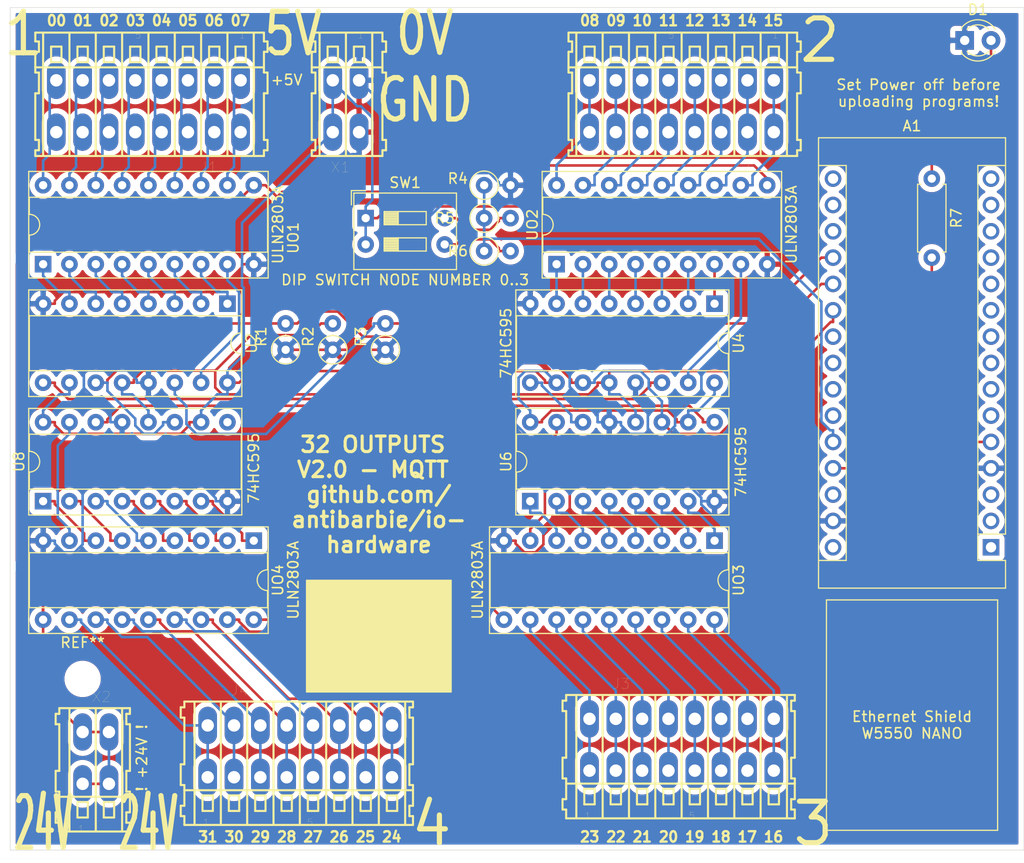
<source format=kicad_pcb>
(kicad_pcb (version 20171130) (host pcbnew 5.1.8-db9833491~87~ubuntu18.04.1)
  (layers (0 F.Cu signal) (31 B.Cu signal) (34 B.Paste user) (35 F.Paste user) (36 B.SilkS user) (37 F.SilkS user) (38 B.Mask user) (39 F.Mask user) (44 Edge.Cuts user))
  (net 0 "")
  (net 1 "Net-(A1-Pad1)")
  (net 2 "Net-(A1-Pad17)")
  (net 3 "Net-(A1-Pad2)")
  (net 4 "Net-(A1-Pad18)")
  (net 5 "Net-(A1-Pad3)")
  (net 6 "Net-(A1-Pad19)")
  (net 7 Earth)
  (net 8 "Net-(A1-Pad20)")
  (net 9 "Net-(A1-Pad5)")
  (net 10 "Net-(A1-Pad21)")
  (net 11 "Net-(A1-Pad6)")
  (net 12 "Net-(A1-Pad22)")
  (net 13 "Net-(A1-Pad7)")
  (net 14 "Net-(A1-Pad23)")
  (net 15 "Net-(A1-Pad8)")
  (net 16 "Net-(A1-Pad24)")
  (net 17 "Net-(A1-Pad9)")
  (net 18 "Net-(A1-Pad25)")
  (net 19 "Net-(A1-Pad10)")
  (net 20 "Net-(A1-Pad26)")
  (net 21 "Net-(A1-Pad11)")
  (net 22 +5V)
  (net 23 "Net-(A1-Pad12)")
  (net 24 "Net-(A1-Pad28)")
  (net 25 "Net-(A1-Pad13)")
  (net 26 "Net-(A1-Pad14)")
  (net 27 "Net-(A1-Pad30)")
  (net 28 "Net-(A1-Pad15)")
  (net 29 "Net-(A1-Pad16)")
  (net 30 +24V)
  (net 31 "Net-(U2-Pad1)")
  (net 32 "Net-(U2-Pad9)")
  (net 33 "Net-(U2-Pad2)")
  (net 34 "Net-(U2-Pad3)")
  (net 35 "Net-(U2-Pad4)")
  (net 36 "Net-(U2-Pad5)")
  (net 37 "Net-(U2-Pad6)")
  (net 38 "Net-(U2-Pad7)")
  (net 39 "Net-(U2-Pad15)")
  (net 40 "Net-(U4-Pad15)")
  (net 41 "Net-(U4-Pad7)")
  (net 42 "Net-(U4-Pad6)")
  (net 43 "Net-(U4-Pad5)")
  (net 44 "Net-(U4-Pad4)")
  (net 45 "Net-(U4-Pad3)")
  (net 46 "Net-(U4-Pad2)")
  (net 47 "Net-(U4-Pad9)")
  (net 48 "Net-(U4-Pad1)")
  (net 49 "Net-(U6-Pad1)")
  (net 50 "Net-(U6-Pad9)")
  (net 51 "Net-(U6-Pad2)")
  (net 52 "Net-(U6-Pad3)")
  (net 53 "Net-(U6-Pad4)")
  (net 54 "Net-(U6-Pad5)")
  (net 55 "Net-(U6-Pad6)")
  (net 56 "Net-(U6-Pad7)")
  (net 57 "Net-(U6-Pad15)")
  (net 58 "Net-(U8-Pad15)")
  (net 59 "Net-(U8-Pad7)")
  (net 60 "Net-(U8-Pad6)")
  (net 61 "Net-(U8-Pad5)")
  (net 62 "Net-(U8-Pad4)")
  (net 63 "Net-(U8-Pad3)")
  (net 64 "Net-(U8-Pad2)")
  (net 65 "Net-(U8-Pad9)")
  (net 66 "Net-(U8-Pad1)")
  (net 67 "Net-(R5-Pad2)")
  (net 68 "Net-(R6-Pad2)")
  (net 69 "Net-(J1-PadA1)")
  (net 70 "Net-(J1-PadA2)")
  (net 71 "Net-(J1-PadA3)")
  (net 72 "Net-(J1-PadA4)")
  (net 73 "Net-(J1-PadA5)")
  (net 74 "Net-(J1-PadA6)")
  (net 75 "Net-(J1-PadA7)")
  (net 76 "Net-(J1-PadA8)")
  (net 77 "Net-(J2-PadA8)")
  (net 78 "Net-(J2-PadA7)")
  (net 79 "Net-(J2-PadA6)")
  (net 80 "Net-(J2-PadA5)")
  (net 81 "Net-(J2-PadA4)")
  (net 82 "Net-(J2-PadA3)")
  (net 83 "Net-(J2-PadA2)")
  (net 84 "Net-(J2-PadA1)")
  (net 85 "Net-(J3-PadA1)")
  (net 86 "Net-(J3-PadA2)")
  (net 87 "Net-(J3-PadA3)")
  (net 88 "Net-(J3-PadA4)")
  (net 89 "Net-(J3-PadA5)")
  (net 90 "Net-(J3-PadA6)")
  (net 91 "Net-(J3-PadA7)")
  (net 92 "Net-(J3-PadA8)")
  (net 93 "Net-(J4-PadA8)")
  (net 94 "Net-(J4-PadA7)")
  (net 95 "Net-(J4-PadA6)")
  (net 96 "Net-(J4-PadA5)")
  (net 97 "Net-(J4-PadA4)")
  (net 98 "Net-(J4-PadA3)")
  (net 99 "Net-(J4-PadA2)")
  (net 100 "Net-(J4-PadA1)")
  (net 101 "Net-(D1-Pad2)")
  (module Package_DIP:DIP-18_W7.62mm_Socket (layer F.Cu) (at 126.365 74.295 270)
    (fp_text reference UO4 (at 3.81 -2.33 90) (layer F.SilkS))
    (fp_text value ULN2803A (at 3.81 -3.81 90) (layer F.SilkS))
    (pad 18 thru_hole oval (at 7.62 0 270) (size 1.6 1.6) (drill 0.8) (layers *.Cu *.Mask) (net 93 "Net-(J4-PadA8)"))
    (pad 9 thru_hole oval (at 0 20.32 270) (size 1.6 1.6) (drill 0.8) (layers *.Cu *.Mask) (net 7 Earth))
    (pad 17 thru_hole oval (at 7.62 2.54 270) (size 1.6 1.6) (drill 0.8) (layers *.Cu *.Mask) (net 94 "Net-(J4-PadA7)"))
    (pad 8 thru_hole oval (at 0 17.78 270) (size 1.6 1.6) (drill 0.8) (layers *.Cu *.Mask) (net 58 "Net-(U8-Pad15)"))
    (pad 16 thru_hole oval (at 7.62 5.08 270) (size 1.6 1.6) (drill 0.8) (layers *.Cu *.Mask) (net 95 "Net-(J4-PadA6)"))
    (pad 7 thru_hole oval (at 0 15.24 270) (size 1.6 1.6) (drill 0.8) (layers *.Cu *.Mask) (net 66 "Net-(U8-Pad1)"))
    (pad 15 thru_hole oval (at 7.62 7.62 270) (size 1.6 1.6) (drill 0.8) (layers *.Cu *.Mask) (net 96 "Net-(J4-PadA5)"))
    (pad 6 thru_hole oval (at 0 12.7 270) (size 1.6 1.6) (drill 0.8) (layers *.Cu *.Mask) (net 64 "Net-(U8-Pad2)"))
    (pad 14 thru_hole oval (at 7.62 10.16 270) (size 1.6 1.6) (drill 0.8) (layers *.Cu *.Mask) (net 97 "Net-(J4-PadA4)"))
    (pad 5 thru_hole oval (at 0 10.16 270) (size 1.6 1.6) (drill 0.8) (layers *.Cu *.Mask) (net 63 "Net-(U8-Pad3)"))
    (pad 13 thru_hole oval (at 7.62 12.7 270) (size 1.6 1.6) (drill 0.8) (layers *.Cu *.Mask) (net 98 "Net-(J4-PadA3)"))
    (pad 4 thru_hole oval (at 0 7.62 270) (size 1.6 1.6) (drill 0.8) (layers *.Cu *.Mask) (net 62 "Net-(U8-Pad4)"))
    (pad 12 thru_hole oval (at 7.62 15.24 270) (size 1.6 1.6) (drill 0.8) (layers *.Cu *.Mask) (net 99 "Net-(J4-PadA2)"))
    (pad 3 thru_hole oval (at 0 5.08 270) (size 1.6 1.6) (drill 0.8) (layers *.Cu *.Mask) (net 61 "Net-(U8-Pad5)"))
    (pad 11 thru_hole oval (at 7.62 17.78 270) (size 1.6 1.6) (drill 0.8) (layers *.Cu *.Mask) (net 100 "Net-(J4-PadA1)"))
    (pad 2 thru_hole oval (at 0 2.54 270) (size 1.6 1.6) (drill 0.8) (layers *.Cu *.Mask) (net 60 "Net-(U8-Pad6)"))
    (pad 10 thru_hole oval (at 7.62 20.32 270) (size 1.6 1.6) (drill 0.8) (layers *.Cu *.Mask) (net 30 +24V))
    (pad 1 thru_hole rect (at 0 0 270) (size 1.6 1.6) (drill 0.8) (layers *.Cu *.Mask) (net 59 "Net-(U8-Pad7)"))
  )
  (module MountingHole:MountingHole_2.5mm (layer F.Cu) (at 109.855 87.63)
    (fp_text reference REF** (at 0 -3.5) (layer F.SilkS))
    (fp_text value MountingHole_2.5mm)
    (pad 1 np_thru_hole circle (at 0 0) (size 2.5 2.5) (drill 2.5) (layers *.Cu *.Mask))
  )
  (module Module:Arduino_Nano (layer F.Cu) (at 197.485 74.93 180)
    (fp_text reference A1 (at 7.62 40.64) (layer F.SilkS))
    (fp_text value NANO)
    (pad 1 thru_hole rect (at 0 0 180) (size 1.6 1.6) (drill 1) (layers *.Cu *.Mask) (net 1 "Net-(A1-Pad1)"))
    (pad 17 thru_hole oval (at 15.24 33.02 180) (size 1.6 1.6) (drill 1) (layers *.Cu *.Mask) (net 2 "Net-(A1-Pad17)"))
    (pad 2 thru_hole oval (at 0 2.54 180) (size 1.6 1.6) (drill 1) (layers *.Cu *.Mask) (net 3 "Net-(A1-Pad2)"))
    (pad 18 thru_hole oval (at 15.24 30.48 180) (size 1.6 1.6) (drill 1) (layers *.Cu *.Mask) (net 4 "Net-(A1-Pad18)"))
    (pad 3 thru_hole oval (at 0 5.08 180) (size 1.6 1.6) (drill 1) (layers *.Cu *.Mask) (net 5 "Net-(A1-Pad3)"))
    (pad 19 thru_hole oval (at 15.24 27.94 180) (size 1.6 1.6) (drill 1) (layers *.Cu *.Mask) (net 6 "Net-(A1-Pad19)"))
    (pad 4 thru_hole oval (at 0 7.62 180) (size 1.6 1.6) (drill 1) (layers *.Cu *.Mask) (net 7 Earth))
    (pad 20 thru_hole oval (at 15.24 25.4 180) (size 1.6 1.6) (drill 1) (layers *.Cu *.Mask) (net 8 "Net-(A1-Pad20)"))
    (pad 5 thru_hole oval (at 0 10.16 180) (size 1.6 1.6) (drill 1) (layers *.Cu *.Mask) (net 9 "Net-(A1-Pad5)"))
    (pad 21 thru_hole oval (at 15.24 22.86 180) (size 1.6 1.6) (drill 1) (layers *.Cu *.Mask) (net 10 "Net-(A1-Pad21)"))
    (pad 6 thru_hole oval (at 0 12.7 180) (size 1.6 1.6) (drill 1) (layers *.Cu *.Mask) (net 11 "Net-(A1-Pad6)"))
    (pad 22 thru_hole oval (at 15.24 20.32 180) (size 1.6 1.6) (drill 1) (layers *.Cu *.Mask) (net 12 "Net-(A1-Pad22)"))
    (pad 7 thru_hole oval (at 0 15.24 180) (size 1.6 1.6) (drill 1) (layers *.Cu *.Mask) (net 13 "Net-(A1-Pad7)"))
    (pad 23 thru_hole oval (at 15.24 17.78 180) (size 1.6 1.6) (drill 1) (layers *.Cu *.Mask) (net 14 "Net-(A1-Pad23)"))
    (pad 8 thru_hole oval (at 0 17.78 180) (size 1.6 1.6) (drill 1) (layers *.Cu *.Mask) (net 15 "Net-(A1-Pad8)"))
    (pad 24 thru_hole oval (at 15.24 15.24 180) (size 1.6 1.6) (drill 1) (layers *.Cu *.Mask) (net 16 "Net-(A1-Pad24)"))
    (pad 9 thru_hole oval (at 0 20.32 180) (size 1.6 1.6) (drill 1) (layers *.Cu *.Mask) (net 17 "Net-(A1-Pad9)"))
    (pad 25 thru_hole oval (at 15.24 12.7 180) (size 1.6 1.6) (drill 1) (layers *.Cu *.Mask) (net 18 "Net-(A1-Pad25)"))
    (pad 10 thru_hole oval (at 0 22.86 180) (size 1.6 1.6) (drill 1) (layers *.Cu *.Mask) (net 19 "Net-(A1-Pad10)"))
    (pad 26 thru_hole oval (at 15.24 10.16 180) (size 1.6 1.6) (drill 1) (layers *.Cu *.Mask) (net 20 "Net-(A1-Pad26)"))
    (pad 11 thru_hole oval (at 0 25.4 180) (size 1.6 1.6) (drill 1) (layers *.Cu *.Mask) (net 21 "Net-(A1-Pad11)"))
    (pad 27 thru_hole oval (at 15.24 7.62 180) (size 1.6 1.6) (drill 1) (layers *.Cu *.Mask) (net 22 +5V))
    (pad 12 thru_hole oval (at 0 27.94 180) (size 1.6 1.6) (drill 1) (layers *.Cu *.Mask) (net 23 "Net-(A1-Pad12)"))
    (pad 28 thru_hole oval (at 15.24 5.08 180) (size 1.6 1.6) (drill 1) (layers *.Cu *.Mask) (net 24 "Net-(A1-Pad28)"))
    (pad 13 thru_hole oval (at 0 30.48 180) (size 1.6 1.6) (drill 1) (layers *.Cu *.Mask) (net 25 "Net-(A1-Pad13)"))
    (pad 29 thru_hole oval (at 15.24 2.54 180) (size 1.6 1.6) (drill 1) (layers *.Cu *.Mask) (net 7 Earth))
    (pad 14 thru_hole oval (at 0 33.02 180) (size 1.6 1.6) (drill 1) (layers *.Cu *.Mask) (net 26 "Net-(A1-Pad14)"))
    (pad 30 thru_hole oval (at 15.24 0 180) (size 1.6 1.6) (drill 1) (layers *.Cu *.Mask) (net 27 "Net-(A1-Pad30)"))
    (pad 15 thru_hole oval (at 0 35.56 180) (size 1.6 1.6) (drill 1) (layers *.Cu *.Mask) (net 28 "Net-(A1-Pad15)"))
    (pad 16 thru_hole oval (at 15.24 35.56 180) (size 1.6 1.6) (drill 1) (layers *.Cu *.Mask) (net 29 "Net-(A1-Pad16)"))
  )
  (module Resistor_THT:R_Axial_DIN0207_L6.3mm_D2.5mm_P2.54mm_Vertical (layer F.Cu) (at 129.44 55.88 90)
    (fp_text reference R1 (at 1.27 -2.37 90) (layer F.SilkS))
    (fp_text value 10K)
    (pad 2 thru_hole oval (at 2.54 0 90) (size 1.6 1.6) (drill 0.8) (layers *.Cu *.Mask) (net 10 "Net-(A1-Pad21)"))
    (pad 1 thru_hole circle (at 0 0 90) (size 1.6 1.6) (drill 0.8) (layers *.Cu *.Mask) (net 7 Earth))
  )
  (module Resistor_THT:R_Axial_DIN0207_L6.3mm_D2.5mm_P2.54mm_Vertical (layer F.Cu) (at 133.985 55.88 90)
    (fp_text reference R2 (at 1.27 -2.37 90) (layer F.SilkS))
    (fp_text value 10K)
    (pad 1 thru_hole circle (at 0 0 90) (size 1.6 1.6) (drill 0.8) (layers *.Cu *.Mask) (net 7 Earth))
    (pad 2 thru_hole oval (at 2.54 0 90) (size 1.6 1.6) (drill 0.8) (layers *.Cu *.Mask) (net 8 "Net-(A1-Pad20)"))
  )
  (module Resistor_THT:R_Axial_DIN0207_L6.3mm_D2.5mm_P2.54mm_Vertical (layer F.Cu) (at 139.065 55.88 90)
    (fp_text reference R3 (at 1.27 -2.37 90) (layer F.SilkS))
    (fp_text value 10K)
    (pad 1 thru_hole circle (at 0 0 90) (size 1.6 1.6) (drill 0.8) (layers *.Cu *.Mask) (net 7 Earth))
    (pad 2 thru_hole oval (at 2.54 0 90) (size 1.6 1.6) (drill 0.8) (layers *.Cu *.Mask) (net 6 "Net-(A1-Pad19)"))
  )
  (module Package_DIP:DIP-16_W7.62mm_Socket (layer F.Cu) (at 123.825 51.435 270)
    (fp_text reference U2 (at 3.81 -2.33 90) (layer F.SilkS))
    (fp_text value 74HC595)
    (pad 1 thru_hole rect (at 0 0 270) (size 1.6 1.6) (drill 0.8) (layers *.Cu *.Mask) (net 31 "Net-(U2-Pad1)"))
    (pad 9 thru_hole oval (at 7.62 17.78 270) (size 1.6 1.6) (drill 0.8) (layers *.Cu *.Mask) (net 32 "Net-(U2-Pad9)"))
    (pad 2 thru_hole oval (at 0 2.54 270) (size 1.6 1.6) (drill 0.8) (layers *.Cu *.Mask) (net 33 "Net-(U2-Pad2)"))
    (pad 10 thru_hole oval (at 7.62 15.24 270) (size 1.6 1.6) (drill 0.8) (layers *.Cu *.Mask) (net 22 +5V))
    (pad 3 thru_hole oval (at 0 5.08 270) (size 1.6 1.6) (drill 0.8) (layers *.Cu *.Mask) (net 34 "Net-(U2-Pad3)"))
    (pad 11 thru_hole oval (at 7.62 12.7 270) (size 1.6 1.6) (drill 0.8) (layers *.Cu *.Mask) (net 10 "Net-(A1-Pad21)"))
    (pad 4 thru_hole oval (at 0 7.62 270) (size 1.6 1.6) (drill 0.8) (layers *.Cu *.Mask) (net 35 "Net-(U2-Pad4)"))
    (pad 12 thru_hole oval (at 7.62 10.16 270) (size 1.6 1.6) (drill 0.8) (layers *.Cu *.Mask) (net 8 "Net-(A1-Pad20)"))
    (pad 5 thru_hole oval (at 0 10.16 270) (size 1.6 1.6) (drill 0.8) (layers *.Cu *.Mask) (net 36 "Net-(U2-Pad5)"))
    (pad 13 thru_hole oval (at 7.62 7.62 270) (size 1.6 1.6) (drill 0.8) (layers *.Cu *.Mask) (net 7 Earth))
    (pad 6 thru_hole oval (at 0 12.7 270) (size 1.6 1.6) (drill 0.8) (layers *.Cu *.Mask) (net 37 "Net-(U2-Pad6)"))
    (pad 14 thru_hole oval (at 7.62 5.08 270) (size 1.6 1.6) (drill 0.8) (layers *.Cu *.Mask) (net 6 "Net-(A1-Pad19)"))
    (pad 7 thru_hole oval (at 0 15.24 270) (size 1.6 1.6) (drill 0.8) (layers *.Cu *.Mask) (net 38 "Net-(U2-Pad7)"))
    (pad 15 thru_hole oval (at 7.62 2.54 270) (size 1.6 1.6) (drill 0.8) (layers *.Cu *.Mask) (net 39 "Net-(U2-Pad15)"))
    (pad 8 thru_hole oval (at 0 17.78 270) (size 1.6 1.6) (drill 0.8) (layers *.Cu *.Mask) (net 7 Earth))
    (pad 16 thru_hole oval (at 7.62 0 270) (size 1.6 1.6) (drill 0.8) (layers *.Cu *.Mask) (net 22 +5V))
  )
  (module Package_DIP:DIP-16_W7.62mm_Socket (layer F.Cu) (at 170.815 51.435 270)
    (fp_text reference U4 (at 3.81 -2.33 90) (layer F.SilkS))
    (fp_text value 74HC595 (at 3.81 20.11 90) (layer F.SilkS))
    (pad 16 thru_hole oval (at 7.62 0 270) (size 1.6 1.6) (drill 0.8) (layers *.Cu *.Mask) (net 22 +5V))
    (pad 8 thru_hole oval (at 0 17.78 270) (size 1.6 1.6) (drill 0.8) (layers *.Cu *.Mask) (net 7 Earth))
    (pad 15 thru_hole oval (at 7.62 2.54 270) (size 1.6 1.6) (drill 0.8) (layers *.Cu *.Mask) (net 40 "Net-(U4-Pad15)"))
    (pad 7 thru_hole oval (at 0 15.24 270) (size 1.6 1.6) (drill 0.8) (layers *.Cu *.Mask) (net 41 "Net-(U4-Pad7)"))
    (pad 14 thru_hole oval (at 7.62 5.08 270) (size 1.6 1.6) (drill 0.8) (layers *.Cu *.Mask) (net 32 "Net-(U2-Pad9)"))
    (pad 6 thru_hole oval (at 0 12.7 270) (size 1.6 1.6) (drill 0.8) (layers *.Cu *.Mask) (net 42 "Net-(U4-Pad6)"))
    (pad 13 thru_hole oval (at 7.62 7.62 270) (size 1.6 1.6) (drill 0.8) (layers *.Cu *.Mask) (net 7 Earth))
    (pad 5 thru_hole oval (at 0 10.16 270) (size 1.6 1.6) (drill 0.8) (layers *.Cu *.Mask) (net 43 "Net-(U4-Pad5)"))
    (pad 12 thru_hole oval (at 7.62 10.16 270) (size 1.6 1.6) (drill 0.8) (layers *.Cu *.Mask) (net 8 "Net-(A1-Pad20)"))
    (pad 4 thru_hole oval (at 0 7.62 270) (size 1.6 1.6) (drill 0.8) (layers *.Cu *.Mask) (net 44 "Net-(U4-Pad4)"))
    (pad 11 thru_hole oval (at 7.62 12.7 270) (size 1.6 1.6) (drill 0.8) (layers *.Cu *.Mask) (net 10 "Net-(A1-Pad21)"))
    (pad 3 thru_hole oval (at 0 5.08 270) (size 1.6 1.6) (drill 0.8) (layers *.Cu *.Mask) (net 45 "Net-(U4-Pad3)"))
    (pad 10 thru_hole oval (at 7.62 15.24 270) (size 1.6 1.6) (drill 0.8) (layers *.Cu *.Mask) (net 22 +5V))
    (pad 2 thru_hole oval (at 0 2.54 270) (size 1.6 1.6) (drill 0.8) (layers *.Cu *.Mask) (net 46 "Net-(U4-Pad2)"))
    (pad 9 thru_hole oval (at 7.62 17.78 270) (size 1.6 1.6) (drill 0.8) (layers *.Cu *.Mask) (net 47 "Net-(U4-Pad9)"))
    (pad 1 thru_hole rect (at 0 0 270) (size 1.6 1.6) (drill 0.8) (layers *.Cu *.Mask) (net 48 "Net-(U4-Pad1)"))
  )
  (module Package_DIP:DIP-16_W7.62mm_Socket (layer F.Cu) (at 153.035 70.485 90)
    (fp_text reference U6 (at 3.81 -2.33 90) (layer F.SilkS))
    (fp_text value 74HC595 (at 3.81 20.32 90) (layer F.SilkS))
    (pad 1 thru_hole rect (at 0 0 90) (size 1.6 1.6) (drill 0.8) (layers *.Cu *.Mask) (net 49 "Net-(U6-Pad1)"))
    (pad 9 thru_hole oval (at 7.62 17.78 90) (size 1.6 1.6) (drill 0.8) (layers *.Cu *.Mask) (net 50 "Net-(U6-Pad9)"))
    (pad 2 thru_hole oval (at 0 2.54 90) (size 1.6 1.6) (drill 0.8) (layers *.Cu *.Mask) (net 51 "Net-(U6-Pad2)"))
    (pad 10 thru_hole oval (at 7.62 15.24 90) (size 1.6 1.6) (drill 0.8) (layers *.Cu *.Mask) (net 22 +5V))
    (pad 3 thru_hole oval (at 0 5.08 90) (size 1.6 1.6) (drill 0.8) (layers *.Cu *.Mask) (net 52 "Net-(U6-Pad3)"))
    (pad 11 thru_hole oval (at 7.62 12.7 90) (size 1.6 1.6) (drill 0.8) (layers *.Cu *.Mask) (net 10 "Net-(A1-Pad21)"))
    (pad 4 thru_hole oval (at 0 7.62 90) (size 1.6 1.6) (drill 0.8) (layers *.Cu *.Mask) (net 53 "Net-(U6-Pad4)"))
    (pad 12 thru_hole oval (at 7.62 10.16 90) (size 1.6 1.6) (drill 0.8) (layers *.Cu *.Mask) (net 8 "Net-(A1-Pad20)"))
    (pad 5 thru_hole oval (at 0 10.16 90) (size 1.6 1.6) (drill 0.8) (layers *.Cu *.Mask) (net 54 "Net-(U6-Pad5)"))
    (pad 13 thru_hole oval (at 7.62 7.62 90) (size 1.6 1.6) (drill 0.8) (layers *.Cu *.Mask) (net 7 Earth))
    (pad 6 thru_hole oval (at 0 12.7 90) (size 1.6 1.6) (drill 0.8) (layers *.Cu *.Mask) (net 55 "Net-(U6-Pad6)"))
    (pad 14 thru_hole oval (at 7.62 5.08 90) (size 1.6 1.6) (drill 0.8) (layers *.Cu *.Mask) (net 47 "Net-(U4-Pad9)"))
    (pad 7 thru_hole oval (at 0 15.24 90) (size 1.6 1.6) (drill 0.8) (layers *.Cu *.Mask) (net 56 "Net-(U6-Pad7)"))
    (pad 15 thru_hole oval (at 7.62 2.54 90) (size 1.6 1.6) (drill 0.8) (layers *.Cu *.Mask) (net 57 "Net-(U6-Pad15)"))
    (pad 8 thru_hole oval (at 0 17.78 90) (size 1.6 1.6) (drill 0.8) (layers *.Cu *.Mask) (net 7 Earth))
    (pad 16 thru_hole oval (at 7.62 0 90) (size 1.6 1.6) (drill 0.8) (layers *.Cu *.Mask) (net 22 +5V))
  )
  (module Package_DIP:DIP-16_W7.62mm_Socket (layer F.Cu) (at 106.045 70.485 90)
    (fp_text reference U8 (at 3.81 -2.33 90) (layer F.SilkS))
    (fp_text value 74HC595 (at 3.175 20.32 90) (layer F.SilkS))
    (pad 16 thru_hole oval (at 7.62 0 90) (size 1.6 1.6) (drill 0.8) (layers *.Cu *.Mask) (net 22 +5V))
    (pad 8 thru_hole oval (at 0 17.78 90) (size 1.6 1.6) (drill 0.8) (layers *.Cu *.Mask) (net 7 Earth))
    (pad 15 thru_hole oval (at 7.62 2.54 90) (size 1.6 1.6) (drill 0.8) (layers *.Cu *.Mask) (net 58 "Net-(U8-Pad15)"))
    (pad 7 thru_hole oval (at 0 15.24 90) (size 1.6 1.6) (drill 0.8) (layers *.Cu *.Mask) (net 59 "Net-(U8-Pad7)"))
    (pad 14 thru_hole oval (at 7.62 5.08 90) (size 1.6 1.6) (drill 0.8) (layers *.Cu *.Mask) (net 50 "Net-(U6-Pad9)"))
    (pad 6 thru_hole oval (at 0 12.7 90) (size 1.6 1.6) (drill 0.8) (layers *.Cu *.Mask) (net 60 "Net-(U8-Pad6)"))
    (pad 13 thru_hole oval (at 7.62 7.62 90) (size 1.6 1.6) (drill 0.8) (layers *.Cu *.Mask) (net 7 Earth))
    (pad 5 thru_hole oval (at 0 10.16 90) (size 1.6 1.6) (drill 0.8) (layers *.Cu *.Mask) (net 61 "Net-(U8-Pad5)"))
    (pad 12 thru_hole oval (at 7.62 10.16 90) (size 1.6 1.6) (drill 0.8) (layers *.Cu *.Mask) (net 8 "Net-(A1-Pad20)"))
    (pad 4 thru_hole oval (at 0 7.62 90) (size 1.6 1.6) (drill 0.8) (layers *.Cu *.Mask) (net 62 "Net-(U8-Pad4)"))
    (pad 11 thru_hole oval (at 7.62 12.7 90) (size 1.6 1.6) (drill 0.8) (layers *.Cu *.Mask) (net 10 "Net-(A1-Pad21)"))
    (pad 3 thru_hole oval (at 0 5.08 90) (size 1.6 1.6) (drill 0.8) (layers *.Cu *.Mask) (net 63 "Net-(U8-Pad3)"))
    (pad 10 thru_hole oval (at 7.62 15.24 90) (size 1.6 1.6) (drill 0.8) (layers *.Cu *.Mask) (net 22 +5V))
    (pad 2 thru_hole oval (at 0 2.54 90) (size 1.6 1.6) (drill 0.8) (layers *.Cu *.Mask) (net 64 "Net-(U8-Pad2)"))
    (pad 9 thru_hole oval (at 7.62 17.78 90) (size 1.6 1.6) (drill 0.8) (layers *.Cu *.Mask) (net 65 "Net-(U8-Pad9)"))
    (pad 1 thru_hole rect (at 0 0 90) (size 1.6 1.6) (drill 0.8) (layers *.Cu *.Mask) (net 66 "Net-(U8-Pad1)"))
  )
  (module Package_DIP:DIP-18_W7.62mm_Socket (layer F.Cu) (at 106.045 47.625 90)
    (fp_text reference UO1 (at 2.54 24.13 90) (layer F.SilkS))
    (fp_text value ULN2803A (at 3.81 22.65 90) (layer F.SilkS))
    (pad 1 thru_hole rect (at 0 0 90) (size 1.6 1.6) (drill 0.8) (layers *.Cu *.Mask) (net 38 "Net-(U2-Pad7)"))
    (pad 10 thru_hole oval (at 7.62 20.32 90) (size 1.6 1.6) (drill 0.8) (layers *.Cu *.Mask) (net 30 +24V))
    (pad 2 thru_hole oval (at 0 2.54 90) (size 1.6 1.6) (drill 0.8) (layers *.Cu *.Mask) (net 37 "Net-(U2-Pad6)"))
    (pad 11 thru_hole oval (at 7.62 17.78 90) (size 1.6 1.6) (drill 0.8) (layers *.Cu *.Mask) (net 69 "Net-(J1-PadA1)"))
    (pad 3 thru_hole oval (at 0 5.08 90) (size 1.6 1.6) (drill 0.8) (layers *.Cu *.Mask) (net 36 "Net-(U2-Pad5)"))
    (pad 12 thru_hole oval (at 7.62 15.24 90) (size 1.6 1.6) (drill 0.8) (layers *.Cu *.Mask) (net 70 "Net-(J1-PadA2)"))
    (pad 4 thru_hole oval (at 0 7.62 90) (size 1.6 1.6) (drill 0.8) (layers *.Cu *.Mask) (net 35 "Net-(U2-Pad4)"))
    (pad 13 thru_hole oval (at 7.62 12.7 90) (size 1.6 1.6) (drill 0.8) (layers *.Cu *.Mask) (net 71 "Net-(J1-PadA3)"))
    (pad 5 thru_hole oval (at 0 10.16 90) (size 1.6 1.6) (drill 0.8) (layers *.Cu *.Mask) (net 34 "Net-(U2-Pad3)"))
    (pad 14 thru_hole oval (at 7.62 10.16 90) (size 1.6 1.6) (drill 0.8) (layers *.Cu *.Mask) (net 72 "Net-(J1-PadA4)"))
    (pad 6 thru_hole oval (at 0 12.7 90) (size 1.6 1.6) (drill 0.8) (layers *.Cu *.Mask) (net 33 "Net-(U2-Pad2)"))
    (pad 15 thru_hole oval (at 7.62 7.62 90) (size 1.6 1.6) (drill 0.8) (layers *.Cu *.Mask) (net 73 "Net-(J1-PadA5)"))
    (pad 7 thru_hole oval (at 0 15.24 90) (size 1.6 1.6) (drill 0.8) (layers *.Cu *.Mask) (net 31 "Net-(U2-Pad1)"))
    (pad 16 thru_hole oval (at 7.62 5.08 90) (size 1.6 1.6) (drill 0.8) (layers *.Cu *.Mask) (net 74 "Net-(J1-PadA6)"))
    (pad 8 thru_hole oval (at 0 17.78 90) (size 1.6 1.6) (drill 0.8) (layers *.Cu *.Mask) (net 39 "Net-(U2-Pad15)"))
    (pad 17 thru_hole oval (at 7.62 2.54 90) (size 1.6 1.6) (drill 0.8) (layers *.Cu *.Mask) (net 75 "Net-(J1-PadA7)"))
    (pad 9 thru_hole oval (at 0 20.32 90) (size 1.6 1.6) (drill 0.8) (layers *.Cu *.Mask) (net 7 Earth))
    (pad 18 thru_hole oval (at 7.62 0 90) (size 1.6 1.6) (drill 0.8) (layers *.Cu *.Mask) (net 76 "Net-(J1-PadA8)"))
  )
  (module Package_DIP:DIP-18_W7.62mm_Socket (layer F.Cu) (at 155.575 47.625 90)
    (fp_text reference UO2 (at 3.81 -2.33 90) (layer F.SilkS))
    (fp_text value ULN2803A (at 3.81 22.65 90) (layer F.SilkS))
    (pad 18 thru_hole oval (at 7.62 0 90) (size 1.6 1.6) (drill 0.8) (layers *.Cu *.Mask) (net 77 "Net-(J2-PadA8)"))
    (pad 9 thru_hole oval (at 0 20.32 90) (size 1.6 1.6) (drill 0.8) (layers *.Cu *.Mask) (net 7 Earth))
    (pad 17 thru_hole oval (at 7.62 2.54 90) (size 1.6 1.6) (drill 0.8) (layers *.Cu *.Mask) (net 78 "Net-(J2-PadA7)"))
    (pad 8 thru_hole oval (at 0 17.78 90) (size 1.6 1.6) (drill 0.8) (layers *.Cu *.Mask) (net 40 "Net-(U4-Pad15)"))
    (pad 16 thru_hole oval (at 7.62 5.08 90) (size 1.6 1.6) (drill 0.8) (layers *.Cu *.Mask) (net 79 "Net-(J2-PadA6)"))
    (pad 7 thru_hole oval (at 0 15.24 90) (size 1.6 1.6) (drill 0.8) (layers *.Cu *.Mask) (net 48 "Net-(U4-Pad1)"))
    (pad 15 thru_hole oval (at 7.62 7.62 90) (size 1.6 1.6) (drill 0.8) (layers *.Cu *.Mask) (net 80 "Net-(J2-PadA5)"))
    (pad 6 thru_hole oval (at 0 12.7 90) (size 1.6 1.6) (drill 0.8) (layers *.Cu *.Mask) (net 46 "Net-(U4-Pad2)"))
    (pad 14 thru_hole oval (at 7.62 10.16 90) (size 1.6 1.6) (drill 0.8) (layers *.Cu *.Mask) (net 81 "Net-(J2-PadA4)"))
    (pad 5 thru_hole oval (at 0 10.16 90) (size 1.6 1.6) (drill 0.8) (layers *.Cu *.Mask) (net 45 "Net-(U4-Pad3)"))
    (pad 13 thru_hole oval (at 7.62 12.7 90) (size 1.6 1.6) (drill 0.8) (layers *.Cu *.Mask) (net 82 "Net-(J2-PadA3)"))
    (pad 4 thru_hole oval (at 0 7.62 90) (size 1.6 1.6) (drill 0.8) (layers *.Cu *.Mask) (net 44 "Net-(U4-Pad4)"))
    (pad 12 thru_hole oval (at 7.62 15.24 90) (size 1.6 1.6) (drill 0.8) (layers *.Cu *.Mask) (net 83 "Net-(J2-PadA2)"))
    (pad 3 thru_hole oval (at 0 5.08 90) (size 1.6 1.6) (drill 0.8) (layers *.Cu *.Mask) (net 43 "Net-(U4-Pad5)"))
    (pad 11 thru_hole oval (at 7.62 17.78 90) (size 1.6 1.6) (drill 0.8) (layers *.Cu *.Mask) (net 84 "Net-(J2-PadA1)"))
    (pad 2 thru_hole oval (at 0 2.54 90) (size 1.6 1.6) (drill 0.8) (layers *.Cu *.Mask) (net 42 "Net-(U4-Pad6)"))
    (pad 10 thru_hole oval (at 7.62 20.32 90) (size 1.6 1.6) (drill 0.8) (layers *.Cu *.Mask) (net 30 +24V))
    (pad 1 thru_hole rect (at 0 0 90) (size 1.6 1.6) (drill 0.8) (layers *.Cu *.Mask) (net 41 "Net-(U4-Pad7)"))
  )
  (module Package_DIP:DIP-18_W7.62mm_Socket (layer F.Cu) (at 170.815 74.295 270)
    (fp_text reference UO3 (at 3.81 -2.33 90) (layer F.SilkS))
    (fp_text value ULN2803A (at 3.81 22.86 90) (layer F.SilkS))
    (pad 1 thru_hole rect (at 0 0 270) (size 1.6 1.6) (drill 0.8) (layers *.Cu *.Mask) (net 56 "Net-(U6-Pad7)"))
    (pad 10 thru_hole oval (at 7.62 20.32 270) (size 1.6 1.6) (drill 0.8) (layers *.Cu *.Mask) (net 30 +24V))
    (pad 2 thru_hole oval (at 0 2.54 270) (size 1.6 1.6) (drill 0.8) (layers *.Cu *.Mask) (net 55 "Net-(U6-Pad6)"))
    (pad 11 thru_hole oval (at 7.62 17.78 270) (size 1.6 1.6) (drill 0.8) (layers *.Cu *.Mask) (net 85 "Net-(J3-PadA1)"))
    (pad 3 thru_hole oval (at 0 5.08 270) (size 1.6 1.6) (drill 0.8) (layers *.Cu *.Mask) (net 54 "Net-(U6-Pad5)"))
    (pad 12 thru_hole oval (at 7.62 15.24 270) (size 1.6 1.6) (drill 0.8) (layers *.Cu *.Mask) (net 86 "Net-(J3-PadA2)"))
    (pad 4 thru_hole oval (at 0 7.62 270) (size 1.6 1.6) (drill 0.8) (layers *.Cu *.Mask) (net 53 "Net-(U6-Pad4)"))
    (pad 13 thru_hole oval (at 7.62 12.7 270) (size 1.6 1.6) (drill 0.8) (layers *.Cu *.Mask) (net 87 "Net-(J3-PadA3)"))
    (pad 5 thru_hole oval (at 0 10.16 270) (size 1.6 1.6) (drill 0.8) (layers *.Cu *.Mask) (net 52 "Net-(U6-Pad3)"))
    (pad 14 thru_hole oval (at 7.62 10.16 270) (size 1.6 1.6) (drill 0.8) (layers *.Cu *.Mask) (net 88 "Net-(J3-PadA4)"))
    (pad 6 thru_hole oval (at 0 12.7 270) (size 1.6 1.6) (drill 0.8) (layers *.Cu *.Mask) (net 51 "Net-(U6-Pad2)"))
    (pad 15 thru_hole oval (at 7.62 7.62 270) (size 1.6 1.6) (drill 0.8) (layers *.Cu *.Mask) (net 89 "Net-(J3-PadA5)"))
    (pad 7 thru_hole oval (at 0 15.24 270) (size 1.6 1.6) (drill 0.8) (layers *.Cu *.Mask) (net 49 "Net-(U6-Pad1)"))
    (pad 16 thru_hole oval (at 7.62 5.08 270) (size 1.6 1.6) (drill 0.8) (layers *.Cu *.Mask) (net 90 "Net-(J3-PadA6)"))
    (pad 8 thru_hole oval (at 0 17.78 270) (size 1.6 1.6) (drill 0.8) (layers *.Cu *.Mask) (net 57 "Net-(U6-Pad15)"))
    (pad 17 thru_hole oval (at 7.62 2.54 270) (size 1.6 1.6) (drill 0.8) (layers *.Cu *.Mask) (net 91 "Net-(J3-PadA7)"))
    (pad 9 thru_hole oval (at 0 20.32 270) (size 1.6 1.6) (drill 0.8) (layers *.Cu *.Mask) (net 7 Earth))
    (pad 18 thru_hole oval (at 7.62 0 270) (size 1.6 1.6) (drill 0.8) (layers *.Cu *.Mask) (net 92 "Net-(J3-PadA8)"))
  )
  (module Resistor_THT:R_Axial_DIN0207_L6.3mm_D2.5mm_P2.54mm_Vertical (layer F.Cu) (at 148.59 40.005)
    (fp_text reference R4 (at -2.54 -0.635) (layer F.SilkS))
    (fp_text value 10k)
    (pad 1 thru_hole circle (at 0 0) (size 1.6 1.6) (drill 0.8) (layers *.Cu *.Mask) (net 20 "Net-(A1-Pad26)"))
    (pad 2 thru_hole oval (at 2.54 0) (size 1.6 1.6) (drill 0.8) (layers *.Cu *.Mask) (net 7 Earth))
  )
  (module Resistor_THT:R_Axial_DIN0207_L6.3mm_D2.5mm_P2.54mm_Vertical (layer F.Cu) (at 148.59 43.18)
    (fp_text reference R5 (at -3.81 0) (layer F.SilkS))
    (fp_text value 47k)
    (pad 2 thru_hole oval (at 2.54 0) (size 1.6 1.6) (drill 0.8) (layers *.Cu *.Mask) (net 67 "Net-(R5-Pad2)"))
    (pad 1 thru_hole circle (at 0 0) (size 1.6 1.6) (drill 0.8) (layers *.Cu *.Mask) (net 20 "Net-(A1-Pad26)"))
  )
  (module Resistor_THT:R_Axial_DIN0207_L6.3mm_D2.5mm_P2.54mm_Vertical (layer F.Cu) (at 148.59 46.355)
    (fp_text reference R6 (at -2.54 0) (layer F.SilkS))
    (fp_text value 22k)
    (pad 1 thru_hole circle (at 0 0) (size 1.6 1.6) (drill 0.8) (layers *.Cu *.Mask) (net 20 "Net-(A1-Pad26)"))
    (pad 2 thru_hole oval (at 2.54 0) (size 1.6 1.6) (drill 0.8) (layers *.Cu *.Mask) (net 68 "Net-(R6-Pad2)"))
  )
  (module Button_Switch_THT:SW_DIP_SPSTx02_Slide_9.78x7.26mm_W7.62mm_P2.54mm (layer F.Cu) (at 137.16 43.18)
    (fp_text reference SW1 (at 3.81 -3.42) (layer F.SilkS))
    (fp_text value "DIP SWITCH NODE NUMBER 0..3" (at 3.81 5.96) (layer F.SilkS))
    (pad 1 thru_hole rect (at 0 0) (size 1.6 1.6) (drill 0.8) (layers *.Cu *.Mask) (net 22 +5V))
    (pad 3 thru_hole oval (at 7.62 2.54) (size 1.6 1.6) (drill 0.8) (layers *.Cu *.Mask) (net 68 "Net-(R6-Pad2)"))
    (pad 2 thru_hole oval (at 0 2.54) (size 1.6 1.6) (drill 0.8) (layers *.Cu *.Mask) (net 22 +5V))
    (pad 4 thru_hole oval (at 7.62 0) (size 1.6 1.6) (drill 0.8) (layers *.Cu *.Mask) (net 67 "Net-(R5-Pad2)"))
  )
  (module LED_THT:LED_D3.0mm (layer F.Cu) (at 194.945 26.035)
    (fp_text reference D1 (at 1.27 -2.96) (layer F.SilkS))
    (fp_text value "CNX LED")
    (pad 1 thru_hole rect (at 0 0) (size 1.8 1.8) (drill 0.9) (layers *.Cu *.Mask) (net 7 Earth))
    (pad 2 thru_hole circle (at 2.54 0) (size 1.8 1.8) (drill 0.9) (layers *.Cu *.Mask) (net 101 "Net-(D1-Pad2)"))
  )
  (module _Extra_footprints:233-508 (layer F.Cu) (at 116.205 32.385 180)
    (fp_text reference J1 (at -5.815 -5.885) (layer F.SilkS) (effects (font (thickness 0.015))))
    (fp_text value "OUTPUT 0-7")
    (fp_text user 5 (at 0.993 6.85) (layer F.SilkS) (effects (font (size 0.64 0.64) (thickness 0.015))))
    (fp_text user 1 (at -9.04 6.85) (layer F.SilkS) (effects (font (size 0.64 0.64) (thickness 0.015))))
    (pad B8 thru_hole oval (at 8.89 2.5 180) (size 1.8 3.6) (drill 1.2) (layers *.Cu *.Mask) (net 76 "Net-(J1-PadA8)"))
    (pad A8 thru_hole oval (at 8.89 -2.5 180) (size 1.8 3.6) (drill 1.2) (layers *.Cu *.Mask) (net 76 "Net-(J1-PadA8)"))
    (pad B7 thru_hole oval (at 6.35 2.5 180) (size 1.8 3.6) (drill 1.2) (layers *.Cu *.Mask) (net 75 "Net-(J1-PadA7)"))
    (pad A7 thru_hole oval (at 6.35 -2.5 180) (size 1.8 3.6) (drill 1.2) (layers *.Cu *.Mask) (net 75 "Net-(J1-PadA7)"))
    (pad B6 thru_hole oval (at 3.81 2.5 180) (size 1.8 3.6) (drill 1.2) (layers *.Cu *.Mask) (net 74 "Net-(J1-PadA6)"))
    (pad A6 thru_hole oval (at 3.81 -2.5 180) (size 1.8 3.6) (drill 1.2) (layers *.Cu *.Mask) (net 74 "Net-(J1-PadA6)"))
    (pad B5 thru_hole oval (at 1.27 2.5 180) (size 1.8 3.6) (drill 1.2) (layers *.Cu *.Mask) (net 73 "Net-(J1-PadA5)"))
    (pad A5 thru_hole oval (at 1.27 -2.5 180) (size 1.8 3.6) (drill 1.2) (layers *.Cu *.Mask) (net 73 "Net-(J1-PadA5)"))
    (pad B4 thru_hole oval (at -1.27 2.5 180) (size 1.8 3.6) (drill 1.2) (layers *.Cu *.Mask) (net 72 "Net-(J1-PadA4)"))
    (pad A4 thru_hole oval (at -1.27 -2.5 180) (size 1.8 3.6) (drill 1.2) (layers *.Cu *.Mask) (net 72 "Net-(J1-PadA4)"))
    (pad B3 thru_hole oval (at -3.81 2.5 180) (size 1.8 3.6) (drill 1.2) (layers *.Cu *.Mask) (net 71 "Net-(J1-PadA3)"))
    (pad A3 thru_hole oval (at -3.81 -2.5 180) (size 1.8 3.6) (drill 1.2) (layers *.Cu *.Mask) (net 71 "Net-(J1-PadA3)"))
    (pad B2 thru_hole oval (at -6.35 2.5 180) (size 1.8 3.6) (drill 1.2) (layers *.Cu *.Mask) (net 70 "Net-(J1-PadA2)"))
    (pad A2 thru_hole oval (at -6.35 -2.5 180) (size 1.8 3.6) (drill 1.2) (layers *.Cu *.Mask) (net 70 "Net-(J1-PadA2)"))
    (pad B1 thru_hole oval (at -8.89 2.5 180) (size 1.8 3.6) (drill 1.2) (layers *.Cu *.Mask) (net 69 "Net-(J1-PadA1)"))
    (pad A1 thru_hole oval (at -8.89 -2.5 180) (size 1.8 3.6) (drill 1.2) (layers *.Cu *.Mask) (net 69 "Net-(J1-PadA1)"))
  )
  (module _Extra_footprints:233-508 (layer F.Cu) (at 167.64 32.385 180)
    (fp_text reference J2 (at -5.815 -5.885) (layer F.SilkS) (effects (font (thickness 0.015))))
    (fp_text value "OUTPUT 8-15")
    (fp_text user 5 (at 0.993 6.85) (layer F.SilkS) (effects (font (size 0.64 0.64) (thickness 0.015))))
    (fp_text user 1 (at -9.04 6.85) (layer F.SilkS) (effects (font (size 0.64 0.64) (thickness 0.015))))
    (pad B8 thru_hole oval (at 8.89 2.5 180) (size 1.8 3.6) (drill 1.2) (layers *.Cu *.Mask) (net 77 "Net-(J2-PadA8)"))
    (pad A8 thru_hole oval (at 8.89 -2.5 180) (size 1.8 3.6) (drill 1.2) (layers *.Cu *.Mask) (net 77 "Net-(J2-PadA8)"))
    (pad B7 thru_hole oval (at 6.35 2.5 180) (size 1.8 3.6) (drill 1.2) (layers *.Cu *.Mask) (net 78 "Net-(J2-PadA7)"))
    (pad A7 thru_hole oval (at 6.35 -2.5 180) (size 1.8 3.6) (drill 1.2) (layers *.Cu *.Mask) (net 78 "Net-(J2-PadA7)"))
    (pad B6 thru_hole oval (at 3.81 2.5 180) (size 1.8 3.6) (drill 1.2) (layers *.Cu *.Mask) (net 79 "Net-(J2-PadA6)"))
    (pad A6 thru_hole oval (at 3.81 -2.5 180) (size 1.8 3.6) (drill 1.2) (layers *.Cu *.Mask) (net 79 "Net-(J2-PadA6)"))
    (pad B5 thru_hole oval (at 1.27 2.5 180) (size 1.8 3.6) (drill 1.2) (layers *.Cu *.Mask) (net 80 "Net-(J2-PadA5)"))
    (pad A5 thru_hole oval (at 1.27 -2.5 180) (size 1.8 3.6) (drill 1.2) (layers *.Cu *.Mask) (net 80 "Net-(J2-PadA5)"))
    (pad B4 thru_hole oval (at -1.27 2.5 180) (size 1.8 3.6) (drill 1.2) (layers *.Cu *.Mask) (net 81 "Net-(J2-PadA4)"))
    (pad A4 thru_hole oval (at -1.27 -2.5 180) (size 1.8 3.6) (drill 1.2) (layers *.Cu *.Mask) (net 81 "Net-(J2-PadA4)"))
    (pad B3 thru_hole oval (at -3.81 2.5 180) (size 1.8 3.6) (drill 1.2) (layers *.Cu *.Mask) (net 82 "Net-(J2-PadA3)"))
    (pad A3 thru_hole oval (at -3.81 -2.5 180) (size 1.8 3.6) (drill 1.2) (layers *.Cu *.Mask) (net 82 "Net-(J2-PadA3)"))
    (pad B2 thru_hole oval (at -6.35 2.5 180) (size 1.8 3.6) (drill 1.2) (layers *.Cu *.Mask) (net 83 "Net-(J2-PadA2)"))
    (pad A2 thru_hole oval (at -6.35 -2.5 180) (size 1.8 3.6) (drill 1.2) (layers *.Cu *.Mask) (net 83 "Net-(J2-PadA2)"))
    (pad B1 thru_hole oval (at -8.89 2.5 180) (size 1.8 3.6) (drill 1.2) (layers *.Cu *.Mask) (net 84 "Net-(J2-PadA1)"))
    (pad A1 thru_hole oval (at -8.89 -2.5 180) (size 1.8 3.6) (drill 1.2) (layers *.Cu *.Mask) (net 84 "Net-(J2-PadA1)"))
  )
  (module _Extra_footprints:233-508 (layer F.Cu) (at 167.64 93.98)
    (fp_text reference J3 (at -5.815 -5.885) (layer F.SilkS) (effects (font (thickness 0.015))))
    (fp_text value "OUTPUT 16-23")
    (fp_text user 1 (at -9.04 6.85) (layer F.SilkS) (effects (font (size 0.64 0.64) (thickness 0.015))))
    (fp_text user 5 (at 0.993 6.85) (layer F.SilkS) (effects (font (size 0.64 0.64) (thickness 0.015))))
    (pad A1 thru_hole oval (at -8.89 -2.5) (size 1.8 3.6) (drill 1.2) (layers *.Cu *.Mask) (net 85 "Net-(J3-PadA1)"))
    (pad B1 thru_hole oval (at -8.89 2.5) (size 1.8 3.6) (drill 1.2) (layers *.Cu *.Mask) (net 85 "Net-(J3-PadA1)"))
    (pad A2 thru_hole oval (at -6.35 -2.5) (size 1.8 3.6) (drill 1.2) (layers *.Cu *.Mask) (net 86 "Net-(J3-PadA2)"))
    (pad B2 thru_hole oval (at -6.35 2.5) (size 1.8 3.6) (drill 1.2) (layers *.Cu *.Mask) (net 86 "Net-(J3-PadA2)"))
    (pad A3 thru_hole oval (at -3.81 -2.5) (size 1.8 3.6) (drill 1.2) (layers *.Cu *.Mask) (net 87 "Net-(J3-PadA3)"))
    (pad B3 thru_hole oval (at -3.81 2.5) (size 1.8 3.6) (drill 1.2) (layers *.Cu *.Mask) (net 87 "Net-(J3-PadA3)"))
    (pad A4 thru_hole oval (at -1.27 -2.5) (size 1.8 3.6) (drill 1.2) (layers *.Cu *.Mask) (net 88 "Net-(J3-PadA4)"))
    (pad B4 thru_hole oval (at -1.27 2.5) (size 1.8 3.6) (drill 1.2) (layers *.Cu *.Mask) (net 88 "Net-(J3-PadA4)"))
    (pad A5 thru_hole oval (at 1.27 -2.5) (size 1.8 3.6) (drill 1.2) (layers *.Cu *.Mask) (net 89 "Net-(J3-PadA5)"))
    (pad B5 thru_hole oval (at 1.27 2.5) (size 1.8 3.6) (drill 1.2) (layers *.Cu *.Mask) (net 89 "Net-(J3-PadA5)"))
    (pad A6 thru_hole oval (at 3.81 -2.5) (size 1.8 3.6) (drill 1.2) (layers *.Cu *.Mask) (net 90 "Net-(J3-PadA6)"))
    (pad B6 thru_hole oval (at 3.81 2.5) (size 1.8 3.6) (drill 1.2) (layers *.Cu *.Mask) (net 90 "Net-(J3-PadA6)"))
    (pad A7 thru_hole oval (at 6.35 -2.5) (size 1.8 3.6) (drill 1.2) (layers *.Cu *.Mask) (net 91 "Net-(J3-PadA7)"))
    (pad B7 thru_hole oval (at 6.35 2.5) (size 1.8 3.6) (drill 1.2) (layers *.Cu *.Mask) (net 91 "Net-(J3-PadA7)"))
    (pad A8 thru_hole oval (at 8.89 -2.5) (size 1.8 3.6) (drill 1.2) (layers *.Cu *.Mask) (net 92 "Net-(J3-PadA8)"))
    (pad B8 thru_hole oval (at 8.89 2.5) (size 1.8 3.6) (drill 1.2) (layers *.Cu *.Mask) (net 92 "Net-(J3-PadA8)"))
  )
  (module _Extra_footprints:233-508 (layer F.Cu) (at 130.81 94.615)
    (fp_text reference J4 (at -5.815 -5.885) (layer F.SilkS) (effects (font (thickness 0.015))))
    (fp_text value "OUTPUT 24-31")
    (fp_text user 1 (at -9.04 6.85) (layer F.SilkS) (effects (font (size 0.64 0.64) (thickness 0.015))))
    (fp_text user 5 (at 0.993 6.85) (layer F.SilkS) (effects (font (size 0.64 0.64) (thickness 0.015))))
    (pad A1 thru_hole oval (at -8.89 -2.5) (size 1.8 3.6) (drill 1.2) (layers *.Cu *.Mask) (net 100 "Net-(J4-PadA1)"))
    (pad B1 thru_hole oval (at -8.89 2.5) (size 1.8 3.6) (drill 1.2) (layers *.Cu *.Mask) (net 100 "Net-(J4-PadA1)"))
    (pad A2 thru_hole oval (at -6.35 -2.5) (size 1.8 3.6) (drill 1.2) (layers *.Cu *.Mask) (net 99 "Net-(J4-PadA2)"))
    (pad B2 thru_hole oval (at -6.35 2.5) (size 1.8 3.6) (drill 1.2) (layers *.Cu *.Mask) (net 99 "Net-(J4-PadA2)"))
    (pad A3 thru_hole oval (at -3.81 -2.5) (size 1.8 3.6) (drill 1.2) (layers *.Cu *.Mask) (net 98 "Net-(J4-PadA3)"))
    (pad B3 thru_hole oval (at -3.81 2.5) (size 1.8 3.6) (drill 1.2) (layers *.Cu *.Mask) (net 98 "Net-(J4-PadA3)"))
    (pad A4 thru_hole oval (at -1.27 -2.5) (size 1.8 3.6) (drill 1.2) (layers *.Cu *.Mask) (net 97 "Net-(J4-PadA4)"))
    (pad B4 thru_hole oval (at -1.27 2.5) (size 1.8 3.6) (drill 1.2) (layers *.Cu *.Mask) (net 97 "Net-(J4-PadA4)"))
    (pad A5 thru_hole oval (at 1.27 -2.5) (size 1.8 3.6) (drill 1.2) (layers *.Cu *.Mask) (net 96 "Net-(J4-PadA5)"))
    (pad B5 thru_hole oval (at 1.27 2.5) (size 1.8 3.6) (drill 1.2) (layers *.Cu *.Mask) (net 96 "Net-(J4-PadA5)"))
    (pad A6 thru_hole oval (at 3.81 -2.5) (size 1.8 3.6) (drill 1.2) (layers *.Cu *.Mask) (net 95 "Net-(J4-PadA6)"))
    (pad B6 thru_hole oval (at 3.81 2.5) (size 1.8 3.6) (drill 1.2) (layers *.Cu *.Mask) (net 95 "Net-(J4-PadA6)"))
    (pad A7 thru_hole oval (at 6.35 -2.5) (size 1.8 3.6) (drill 1.2) (layers *.Cu *.Mask) (net 94 "Net-(J4-PadA7)"))
    (pad B7 thru_hole oval (at 6.35 2.5) (size 1.8 3.6) (drill 1.2) (layers *.Cu *.Mask) (net 94 "Net-(J4-PadA7)"))
    (pad A8 thru_hole oval (at 8.89 -2.5) (size 1.8 3.6) (drill 1.2) (layers *.Cu *.Mask) (net 93 "Net-(J4-PadA8)"))
    (pad B8 thru_hole oval (at 8.89 2.5) (size 1.8 3.6) (drill 1.2) (layers *.Cu *.Mask) (net 93 "Net-(J4-PadA8)"))
  )
  (module Resistor_THT:R_Axial_DIN0207_L6.3mm_D2.5mm_P7.62mm_Horizontal (layer F.Cu) (at 191.77 39.37 270)
    (fp_text reference R7 (at 3.81 -2.37 90) (layer F.SilkS))
    (fp_text value 600R)
    (pad 1 thru_hole circle (at 0 0 270) (size 1.6 1.6) (drill 0.8) (layers *.Cu *.Mask) (net 101 "Net-(D1-Pad2)"))
    (pad 2 thru_hole oval (at 7.62 0 270) (size 1.6 1.6) (drill 0.8) (layers *.Cu *.Mask) (net 9 "Net-(A1-Pad5)"))
  )
  (module _Extra_footprints:233-502 (layer F.Cu) (at 135.255 32.385 180)
    (fp_text reference X1 (at 0.535 -5.885) (layer F.SilkS) (effects (font (thickness 0.015))))
    (fp_text value "0V - 5V")
    (fp_text user 1 (at -1.42 6.85) (layer F.SilkS) (effects (font (size 0.64 0.64) (thickness 0.015))))
    (pad A1 thru_hole oval (at -1.27 -2.5 180) (size 1.8 3.6) (drill 1.2) (layers *.Cu *.Mask) (net 7 Earth))
    (pad B1 thru_hole oval (at -1.27 2.5 180) (size 1.8 3.6) (drill 1.2) (layers *.Cu *.Mask) (net 7 Earth))
    (pad A2 thru_hole oval (at 1.27 -2.5 180) (size 1.8 3.6) (drill 1.2) (layers *.Cu *.Mask) (net 22 +5V))
    (pad B2 thru_hole oval (at 1.27 2.5 180) (size 1.8 3.6) (drill 1.2) (layers *.Cu *.Mask) (net 22 +5V))
  )
  (module _Extra_footprints:233-502 (layer F.Cu) (at 111.125 95.25)
    (fp_text reference X2 (at 0.535 -5.885) (layer F.SilkS) (effects (font (thickness 0.015))))
    (fp_text value 24V)
    (fp_text user 1 (at -1.42 6.85) (layer F.SilkS) (effects (font (size 0.64 0.64) (thickness 0.015))))
    (pad B2 thru_hole oval (at 1.27 2.5) (size 1.8 3.6) (drill 1.2) (layers *.Cu *.Mask) (net 30 +24V))
    (pad A2 thru_hole oval (at 1.27 -2.5) (size 1.8 3.6) (drill 1.2) (layers *.Cu *.Mask) (net 30 +24V))
    (pad B1 thru_hole oval (at -1.27 2.5) (size 1.8 3.6) (drill 1.2) (layers *.Cu *.Mask) (net 30 +24V))
    (pad A1 thru_hole oval (at -1.27 -2.5) (size 1.8 3.6) (drill 1.2) (layers *.Cu *.Mask) (net 30 +24V))
  )
  (gr_poly (pts (xy 145.415 88.9) (xy 131.445 88.9) (xy 131.445 78.105) (xy 145.415 78.105)) (layer F.SilkS) (width 0.1))
  (gr_text 4 (at 143.51 101.6) (layer F.SilkS) (effects (font (size 4 4) (thickness 0.5))))
  (gr_text 3 (at 180.34 101.6) (layer F.SilkS) (effects (font (size 4 4) (thickness 0.5))))
  (gr_text 1 (at 104.14 25.4) (layer F.SilkS) (effects (font (size 4 4) (thickness 0.5))))
  (gr_text 2 (at 180.975 26.035) (layer F.SilkS) (effects (font (size 4 4) (thickness 0.5))))
  (gr_text "32 OUTPUTS \nV2.0 - MQTT \ngithub.com/\nantibarbie/io-\nhardware" (at 138.43 69.85) (layer F.SilkS) (effects (font (size 1.5 1.5) (thickness 0.3))))
  (gr_text "! +24V !" (at 115.57 95.25 90) (layer F.SilkS) (effects (font (size 1 1))))
  (gr_text +5V (at 129.54 29.845) (layer F.SilkS) (effects (font (size 1 1))))
  (gr_text "Set Power off before\nuploading programs!" (at 190.5 31.115) (layer F.SilkS) (effects (font (size 1 1))))
  (gr_text "0V\nGND" (at 142.875 28.575) (layer F.SilkS) (effects (font (size 4 3) (thickness 0.5))))
  (gr_text 5V (at 130.175 25.4) (layer F.SilkS) (effects (font (size 4 3) (thickness 0.5))))
  (gr_text "24V   24V" (at 111.125 101.6) (layer F.SilkS) (effects (font (size 5 2) (thickness 0.5))))
  (gr_text "Ethernet Shield\nW5550 NANO" (at 189.865 92.075) (layer F.SilkS) (effects (font (size 1 1))))
  (gr_line (start 181.61 102.235) (end 181.61 80.01) (layer F.SilkS) (width 0.12))
  (gr_line (start 198.12 102.235) (end 181.61 102.235) (layer F.SilkS) (width 0.12))
  (gr_line (start 198.12 80.01) (end 198.12 102.235) (layer F.SilkS) (width 0.12))
  (gr_line (start 181.61 80.01) (end 198.12 80.01) (layer F.SilkS) (width 0.12))
  (gr_text "00 01 02 03 04 05 06 07" (at 116.205 24.13) (layer F.SilkS) (effects (font (size 1 0.95) (thickness 0.225))))
  (gr_text "08 09 10 11 12 13 14 15\n" (at 167.64 24.13) (layer F.SilkS) (effects (font (size 1 0.95) (thickness 0.225))))
  (gr_text "23 22 21 20 19 18 17 16" (at 167.64 102.87) (layer F.SilkS) (effects (font (size 1 0.95) (thickness 0.225))))
  (gr_text "31 30 29 28 27 26 25 24" (at 130.81 102.87) (layer F.SilkS) (effects (font (size 1 0.95) (thickness 0.225))))
  (gr_line (start 200.66 104.14) (end 102.87 104.14) (layer Edge.Cuts) (width 0.05))
  (gr_line (start 102.87 104.14) (end 102.87 22.86) (layer Edge.Cuts) (width 0.05))
  (gr_line (start 200.66 22.86) (end 200.66 104.14) (layer Edge.Cuts) (width 0.05))
  (gr_line (start 102.87 22.86) (end 200.66 22.86) (layer Edge.Cuts) (width 0.05))
  (segment (start 182.245 46.99) (end 181.1197 46.99) (width 0.25) (layer F.Cu) (net 6))
  (segment (start 139.065 53.34) (end 140.1903 53.34) (width 0.25) (layer F.Cu) (net 6))
  (segment (start 140.1903 53.34) (end 174.7697 53.34) (width 0.25) (layer F.Cu) (net 6))
  (segment (start 174.7697 53.34) (end 181.1197 46.99) (width 0.25) (layer F.Cu) (net 6))
  (segment (start 139.065 53.34) (end 137.9397 53.34) (width 0.25) (layer B.Cu) (net 6))
  (segment (start 118.745 59.055) (end 118.745 60.1803) (width 0.25) (layer B.Cu) (net 6))
  (segment (start 118.745 60.1803) (end 119.8703 61.3056) (width 0.25) (layer B.Cu) (net 6))
  (segment (start 119.8703 61.3056) (end 119.8703 63.0421) (width 0.25) (layer B.Cu) (net 6))
  (segment (start 119.8703 63.0421) (end 120.8291 64.0009) (width 0.25) (layer B.Cu) (net 6))
  (segment (start 120.8291 64.0009) (end 127.5601 64.0009) (width 0.25) (layer B.Cu) (net 6))
  (segment (start 127.5601 64.0009) (end 137.9397 53.6213) (width 0.25) (layer B.Cu) (net 6))
  (segment (start 137.9397 53.6213) (end 137.9397 53.34) (width 0.25) (layer B.Cu) (net 6))
  (segment (start 109.9756 57.883) (end 109.9756 59.5638) (width 0.25) (layer B.Cu) (net 7))
  (segment (start 109.9756 59.5638) (end 112.5397 62.1279) (width 0.25) (layer B.Cu) (net 7))
  (segment (start 112.5397 62.1279) (end 112.5397 62.865) (width 0.25) (layer B.Cu) (net 7))
  (segment (start 106.045 52.5603) (end 109.9756 56.4909) (width 0.25) (layer B.Cu) (net 7))
  (segment (start 109.9756 56.4909) (end 109.9756 57.883) (width 0.25) (layer B.Cu) (net 7))
  (segment (start 109.9756 57.883) (end 114.189 57.883) (width 0.25) (layer B.Cu) (net 7))
  (segment (start 114.189 57.883) (end 115.0797 58.7737) (width 0.25) (layer B.Cu) (net 7))
  (segment (start 115.0797 58.7737) (end 115.0797 59.055) (width 0.25) (layer B.Cu) (net 7))
  (segment (start 116.205 59.055) (end 115.0797 59.055) (width 0.25) (layer B.Cu) (net 7))
  (segment (start 113.665 62.865) (end 112.5397 62.865) (width 0.25) (layer B.Cu) (net 7))
  (segment (start 106.045 51.435) (end 106.045 52.5603) (width 0.25) (layer B.Cu) (net 7))
  (segment (start 150.495 74.295) (end 151.6203 74.295) (width 0.25) (layer F.Cu) (net 7))
  (segment (start 160.655 62.865) (end 160.655 63.9903) (width 0.25) (layer F.Cu) (net 7))
  (segment (start 160.655 63.9903) (end 156.845 67.8003) (width 0.25) (layer F.Cu) (net 7))
  (segment (start 156.845 67.8003) (end 156.845 71.2248) (width 0.25) (layer F.Cu) (net 7))
  (segment (start 156.845 71.2248) (end 154.305 73.7648) (width 0.25) (layer F.Cu) (net 7))
  (segment (start 154.305 73.7648) (end 154.305 74.6567) (width 0.25) (layer F.Cu) (net 7))
  (segment (start 154.305 74.6567) (end 153.5414 75.4203) (width 0.25) (layer F.Cu) (net 7))
  (segment (start 153.5414 75.4203) (end 152.4642 75.4203) (width 0.25) (layer F.Cu) (net 7))
  (segment (start 152.4642 75.4203) (end 151.6203 74.5764) (width 0.25) (layer F.Cu) (net 7))
  (segment (start 151.6203 74.5764) (end 151.6203 74.295) (width 0.25) (layer F.Cu) (net 7))
  (segment (start 113.665 62.865) (end 113.665 63.4276) (width 0.25) (layer B.Cu) (net 7))
  (segment (start 113.665 63.4276) (end 113.665 63.9903) (width 0.25) (layer B.Cu) (net 7))
  (segment (start 165.837 64.3817) (end 164.7724 64.3817) (width 0.25) (layer B.Cu) (net 7))
  (segment (start 164.7724 64.3817) (end 164.3809 63.9902) (width 0.25) (layer B.Cu) (net 7))
  (segment (start 175.895 47.625) (end 175.895 51.4397) (width 0.25) (layer B.Cu) (net 7))
  (segment (start 175.895 51.4397) (end 169.545 57.7897) (width 0.25) (layer B.Cu) (net 7))
  (segment (start 169.545 57.7897) (end 169.545 59.7948) (width 0.25) (layer B.Cu) (net 7))
  (segment (start 169.545 59.7948) (end 167.005 62.3348) (width 0.25) (layer B.Cu) (net 7))
  (segment (start 167.005 62.3348) (end 167.005 63.2137) (width 0.25) (layer B.Cu) (net 7))
  (segment (start 167.005 63.2137) (end 165.837 64.3817) (width 0.25) (layer B.Cu) (net 7))
  (segment (start 165.837 64.3817) (end 170.815 69.3597) (width 0.25) (layer B.Cu) (net 7))
  (segment (start 170.815 70.485) (end 170.815 69.3597) (width 0.25) (layer B.Cu) (net 7))
  (segment (start 164.3809 63.9902) (end 164.3727 63.9984) (width 0.25) (layer B.Cu) (net 7))
  (segment (start 164.3727 63.9984) (end 162.6324 63.9984) (width 0.25) (layer B.Cu) (net 7))
  (segment (start 162.6324 63.9984) (end 161.7803 63.1463) (width 0.25) (layer B.Cu) (net 7))
  (segment (start 161.7803 63.1463) (end 161.7803 62.865) (width 0.25) (layer B.Cu) (net 7))
  (segment (start 163.195 60.1803) (end 164.3809 61.3662) (width 0.25) (layer B.Cu) (net 7))
  (segment (start 164.3809 61.3662) (end 164.3809 63.9902) (width 0.25) (layer B.Cu) (net 7))
  (segment (start 160.655 62.865) (end 159.5297 62.865) (width 0.25) (layer B.Cu) (net 7))
  (segment (start 153.035 51.435) (end 153.035 52.5603) (width 0.25) (layer B.Cu) (net 7))
  (segment (start 153.035 52.5603) (end 156.845 56.3703) (width 0.25) (layer B.Cu) (net 7))
  (segment (start 156.845 56.3703) (end 156.845 59.4639) (width 0.25) (layer B.Cu) (net 7))
  (segment (start 156.845 59.4639) (end 159.5297 62.1486) (width 0.25) (layer B.Cu) (net 7))
  (segment (start 159.5297 62.1486) (end 159.5297 62.865) (width 0.25) (layer B.Cu) (net 7))
  (segment (start 163.195 59.055) (end 163.195 60.1803) (width 0.25) (layer B.Cu) (net 7))
  (segment (start 160.655 62.865) (end 161.7803 62.865) (width 0.25) (layer B.Cu) (net 7))
  (segment (start 113.665 65.5014) (end 117.9974 65.5014) (width 0.25) (layer B.Cu) (net 7))
  (segment (start 117.9974 65.5014) (end 122.6997 70.2037) (width 0.25) (layer B.Cu) (net 7))
  (segment (start 122.6997 70.2037) (end 122.6997 70.485) (width 0.25) (layer B.Cu) (net 7))
  (segment (start 107.1703 74.295) (end 107.1703 74.5764) (width 0.25) (layer B.Cu) (net 7))
  (segment (start 107.1703 74.5764) (end 108.0142 75.4203) (width 0.25) (layer B.Cu) (net 7))
  (segment (start 108.0142 75.4203) (end 109.0914 75.4203) (width 0.25) (layer B.Cu) (net 7))
  (segment (start 109.0914 75.4203) (end 109.855 74.6567) (width 0.25) (layer B.Cu) (net 7))
  (segment (start 109.855 74.6567) (end 109.855 69.3114) (width 0.25) (layer B.Cu) (net 7))
  (segment (start 109.855 69.3114) (end 113.665 65.5014) (width 0.25) (layer B.Cu) (net 7))
  (segment (start 113.665 63.9903) (end 113.665 65.5014) (width 0.25) (layer B.Cu) (net 7))
  (segment (start 123.825 70.485) (end 122.6997 70.485) (width 0.25) (layer B.Cu) (net 7))
  (segment (start 151.9097 51.435) (end 131.3003 51.435) (width 0.25) (layer F.Cu) (net 7))
  (segment (start 131.3003 51.435) (end 127.4903 47.625) (width 0.25) (layer F.Cu) (net 7))
  (segment (start 126.365 47.625) (end 127.4903 47.625) (width 0.25) (layer F.Cu) (net 7))
  (segment (start 153.035 51.435) (end 151.9097 51.435) (width 0.25) (layer F.Cu) (net 7))
  (segment (start 125.8024 47.625) (end 126.365 47.625) (width 0.25) (layer F.Cu) (net 7))
  (segment (start 125.8024 47.625) (end 125.2397 47.625) (width 0.25) (layer F.Cu) (net 7))
  (segment (start 106.045 74.295) (end 107.1703 74.295) (width 0.25) (layer B.Cu) (net 7))
  (segment (start 106.045 51.435) (end 107.1703 51.435) (width 0.25) (layer F.Cu) (net 7))
  (segment (start 125.2397 47.625) (end 125.2397 47.9064) (width 0.25) (layer F.Cu) (net 7))
  (segment (start 125.2397 47.9064) (end 122.8364 50.3097) (width 0.25) (layer F.Cu) (net 7))
  (segment (start 122.8364 50.3097) (end 108.0142 50.3097) (width 0.25) (layer F.Cu) (net 7))
  (segment (start 108.0142 50.3097) (end 107.1703 51.1536) (width 0.25) (layer F.Cu) (net 7))
  (segment (start 107.1703 51.1536) (end 107.1703 51.435) (width 0.25) (layer F.Cu) (net 7))
  (segment (start 136.525 34.885) (end 136.525 37.0103) (width 0.25) (layer B.Cu) (net 7))
  (segment (start 126.365 47.625) (end 126.365 46.4997) (width 0.25) (layer B.Cu) (net 7))
  (segment (start 136.525 37.0103) (end 135.8544 37.0103) (width 0.25) (layer B.Cu) (net 7))
  (segment (start 135.8544 37.0103) (end 126.365 46.4997) (width 0.25) (layer B.Cu) (net 7))
  (segment (start 122.6476 57.8986) (end 122.6476 59.5214) (width 0.25) (layer F.Cu) (net 8))
  (segment (start 122.6476 59.5214) (end 123.3065 60.1803) (width 0.25) (layer F.Cu) (net 8))
  (segment (start 123.3065 60.1803) (end 158.6858 60.1803) (width 0.25) (layer F.Cu) (net 8))
  (segment (start 158.6858 60.1803) (end 159.5297 59.3364) (width 0.25) (layer F.Cu) (net 8))
  (segment (start 159.5297 59.3364) (end 159.5297 59.055) (width 0.25) (layer F.Cu) (net 8))
  (segment (start 132.8597 53.34) (end 131.7344 54.4653) (width 0.25) (layer F.Cu) (net 8))
  (segment (start 131.7344 54.4653) (end 126.0809 54.4653) (width 0.25) (layer F.Cu) (net 8))
  (segment (start 126.0809 54.4653) (end 122.6476 57.8986) (width 0.25) (layer F.Cu) (net 8))
  (segment (start 114.7903 59.055) (end 114.7903 58.7737) (width 0.25) (layer F.Cu) (net 8))
  (segment (start 114.7903 58.7737) (end 115.6654 57.8986) (width 0.25) (layer F.Cu) (net 8))
  (segment (start 115.6654 57.8986) (end 122.6476 57.8986) (width 0.25) (layer F.Cu) (net 8))
  (segment (start 160.655 59.055) (end 159.5297 59.055) (width 0.25) (layer F.Cu) (net 8))
  (segment (start 160.655 57.9297) (end 172.72 57.9297) (width 0.25) (layer F.Cu) (net 8))
  (segment (start 172.72 57.9297) (end 181.1197 49.53) (width 0.25) (layer F.Cu) (net 8))
  (segment (start 133.985 53.34) (end 132.8597 53.34) (width 0.25) (layer F.Cu) (net 8))
  (segment (start 113.665 59.055) (end 114.7903 59.055) (width 0.25) (layer F.Cu) (net 8))
  (segment (start 160.655 59.055) (end 160.655 57.9297) (width 0.25) (layer F.Cu) (net 8))
  (segment (start 182.245 49.53) (end 181.1197 49.53) (width 0.25) (layer F.Cu) (net 8))
  (segment (start 160.655 59.055) (end 160.655 60.1803) (width 0.25) (layer B.Cu) (net 8))
  (segment (start 163.195 62.865) (end 163.195 61.7397) (width 0.25) (layer B.Cu) (net 8))
  (segment (start 160.655 60.1803) (end 161.6356 60.1803) (width 0.25) (layer B.Cu) (net 8))
  (segment (start 161.6356 60.1803) (end 163.195 61.7397) (width 0.25) (layer B.Cu) (net 8))
  (segment (start 113.665 59.055) (end 113.665 60.1803) (width 0.25) (layer B.Cu) (net 8))
  (segment (start 116.205 62.865) (end 116.205 61.7397) (width 0.25) (layer B.Cu) (net 8))
  (segment (start 116.205 61.7397) (end 114.6456 60.1803) (width 0.25) (layer B.Cu) (net 8))
  (segment (start 114.6456 60.1803) (end 113.665 60.1803) (width 0.25) (layer B.Cu) (net 8))
  (segment (start 158.115 59.055) (end 156.9897 59.055) (width 0.25) (layer F.Cu) (net 10))
  (segment (start 129.44 53.34) (end 130.5653 53.34) (width 0.25) (layer F.Cu) (net 10))
  (segment (start 130.5653 53.34) (end 131.7153 52.19) (width 0.25) (layer F.Cu) (net 10))
  (segment (start 131.7153 52.19) (end 134.4748 52.19) (width 0.25) (layer F.Cu) (net 10))
  (segment (start 134.4748 52.19) (end 136.8948 54.61) (width 0.25) (layer F.Cu) (net 10))
  (segment (start 136.8948 54.61) (end 152.826 54.61) (width 0.25) (layer F.Cu) (net 10))
  (segment (start 152.826 54.61) (end 156.9897 58.7737) (width 0.25) (layer F.Cu) (net 10))
  (segment (start 156.9897 58.7737) (end 156.9897 59.055) (width 0.25) (layer F.Cu) (net 10))
  (segment (start 112.2503 59.055) (end 112.2503 58.7737) (width 0.25) (layer F.Cu) (net 10))
  (segment (start 112.2503 58.7737) (end 117.684 53.34) (width 0.25) (layer F.Cu) (net 10))
  (segment (start 117.684 53.34) (end 129.44 53.34) (width 0.25) (layer F.Cu) (net 10))
  (segment (start 111.125 59.055) (end 112.2503 59.055) (width 0.25) (layer F.Cu) (net 10))
  (segment (start 111.125 59.055) (end 112.2503 59.055) (width 0.25) (layer B.Cu) (net 10))
  (segment (start 118.745 62.865) (end 117.6197 62.865) (width 0.25) (layer B.Cu) (net 10))
  (segment (start 117.6197 62.865) (end 117.6197 63.1463) (width 0.25) (layer B.Cu) (net 10))
  (segment (start 117.6197 63.1463) (end 116.7756 63.9904) (width 0.25) (layer B.Cu) (net 10))
  (segment (start 116.7756 63.9904) (end 115.7329 63.9904) (width 0.25) (layer B.Cu) (net 10))
  (segment (start 115.7329 63.9904) (end 114.935 63.1925) (width 0.25) (layer B.Cu) (net 10))
  (segment (start 114.935 63.1925) (end 114.935 62.532) (width 0.25) (layer B.Cu) (net 10))
  (segment (start 114.935 62.532) (end 112.2503 59.8473) (width 0.25) (layer B.Cu) (net 10))
  (segment (start 112.2503 59.8473) (end 112.2503 59.055) (width 0.25) (layer B.Cu) (net 10))
  (segment (start 182.245 52.07) (end 182.245 53.1953) (width 0.25) (layer F.Cu) (net 10))
  (segment (start 165.735 62.865) (end 166.8699 63.9999) (width 0.25) (layer F.Cu) (net 10))
  (segment (start 166.8699 63.9999) (end 171.3443 63.9999) (width 0.25) (layer F.Cu) (net 10))
  (segment (start 171.3443 63.9999) (end 181.1197 54.2245) (width 0.25) (layer F.Cu) (net 10))
  (segment (start 181.1197 54.2245) (end 181.1197 54.0957) (width 0.25) (layer F.Cu) (net 10))
  (segment (start 181.1197 54.0957) (end 182.0201 53.1953) (width 0.25) (layer F.Cu) (net 10))
  (segment (start 182.0201 53.1953) (end 182.245 53.1953) (width 0.25) (layer F.Cu) (net 10))
  (segment (start 158.115 59.055) (end 159.2403 59.055) (width 0.25) (layer B.Cu) (net 10))
  (segment (start 165.735 62.865) (end 165.735 60.8486) (width 0.25) (layer B.Cu) (net 10))
  (segment (start 165.735 60.8486) (end 164.465 59.5786) (width 0.25) (layer B.Cu) (net 10))
  (segment (start 164.465 59.5786) (end 164.465 58.7156) (width 0.25) (layer B.Cu) (net 10))
  (segment (start 164.465 58.7156) (end 163.6791 57.9297) (width 0.25) (layer B.Cu) (net 10))
  (segment (start 163.6791 57.9297) (end 160.0842 57.9297) (width 0.25) (layer B.Cu) (net 10))
  (segment (start 160.0842 57.9297) (end 159.2403 58.7736) (width 0.25) (layer B.Cu) (net 10))
  (segment (start 159.2403 58.7736) (end 159.2403 59.055) (width 0.25) (layer B.Cu) (net 10))
  (segment (start 148.59 45.1644) (end 148.59 43.18) (width 0.25) (layer B.Cu) (net 20))
  (segment (start 148.59 46.355) (end 148.59 45.1644) (width 0.25) (layer B.Cu) (net 20))
  (segment (start 148.59 45.1644) (end 175.045 45.1644) (width 0.25) (layer B.Cu) (net 20))
  (segment (start 175.045 45.1644) (end 181.1197 51.2391) (width 0.25) (layer B.Cu) (net 20))
  (segment (start 181.1197 51.2391) (end 181.1197 62.8008) (width 0.25) (layer B.Cu) (net 20))
  (segment (start 181.1197 62.8008) (end 181.9636 63.6447) (width 0.25) (layer B.Cu) (net 20))
  (segment (start 181.9636 63.6447) (end 182.245 63.6447) (width 0.25) (layer B.Cu) (net 20))
  (segment (start 182.245 64.77) (end 182.245 63.6447) (width 0.25) (layer B.Cu) (net 20))
  (segment (start 148.59 40.005) (end 148.59 43.18) (width 0.25) (layer B.Cu) (net 20))
  (segment (start 137.16 45.72) (end 137.16 43.18) (width 0.25) (layer B.Cu) (net 22))
  (segment (start 137.16 43.18) (end 137.16 42.0547) (width 0.25) (layer B.Cu) (net 22))
  (segment (start 133.985 29.885) (end 133.985 30.0207) (width 0.25) (layer B.Cu) (net 22))
  (segment (start 133.985 30.0207) (end 136.3493 32.385) (width 0.25) (layer B.Cu) (net 22))
  (segment (start 136.3493 32.385) (end 136.6997 32.385) (width 0.25) (layer B.Cu) (net 22))
  (segment (start 136.6997 32.385) (end 137.8012 33.4865) (width 0.25) (layer B.Cu) (net 22))
  (segment (start 137.8012 33.4865) (end 137.8012 41.4135) (width 0.25) (layer B.Cu) (net 22))
  (segment (start 137.8012 41.4135) (end 137.16 42.0547) (width 0.25) (layer B.Cu) (net 22))
  (segment (start 106.045 80.9023) (end 106.045 80.7897) (width 0.25) (layer F.Cu) (net 30))
  (segment (start 106.045 81.915) (end 106.045 80.9023) (width 0.25) (layer F.Cu) (net 30))
  (segment (start 109.855 92.75) (end 106.045 88.94) (width 0.25) (layer F.Cu) (net 30))
  (segment (start 106.045 88.94) (end 106.045 81.915) (width 0.25) (layer F.Cu) (net 30))
  (segment (start 112.395 92.75) (end 109.855 92.75) (width 0.25) (layer F.Cu) (net 30))
  (segment (start 112.395 97.75) (end 112.395 92.75) (width 0.25) (layer B.Cu) (net 30))
  (segment (start 112.395 97.75) (end 109.855 97.75) (width 0.25) (layer F.Cu) (net 30))
  (segment (start 123.19 43.18) (end 126.365 40.005) (width 0.25) (layer F.Cu) (net 30))
  (segment (start 108.3486 43.18) (end 109.22 43.18) (width 0.25) (layer F.Cu) (net 30))
  (segment (start 108.585 43.18) (end 109.22 43.18) (width 0.25) (layer F.Cu) (net 30))
  (segment (start 106.045 81.915) (end 106.045 78.74) (width 0.25) (layer F.Cu) (net 30))
  (segment (start 106.045 78.74) (end 103.505 76.2) (width 0.25) (layer F.Cu) (net 30))
  (segment (start 103.505 76.2) (end 103.505 47.625) (width 0.25) (layer F.Cu) (net 30))
  (segment (start 107.95 43.18) (end 109.855 43.18) (width 0.25) (layer F.Cu) (net 30))
  (segment (start 103.505 47.625) (end 107.95 43.18) (width 0.25) (layer F.Cu) (net 30))
  (segment (start 109.22 43.18) (end 109.855 43.18) (width 0.25) (layer F.Cu) (net 30))
  (segment (start 109.855 43.18) (end 123.19 43.18) (width 0.25) (layer F.Cu) (net 30))
  (segment (start 106.045 81.915) (end 106.045 80.01) (width 0.25) (layer F.Cu) (net 30))
  (segment (start 106.045 80.01) (end 107.95 78.105) (width 0.25) (layer F.Cu) (net 30))
  (segment (start 146.685 78.105) (end 150.495 81.915) (width 0.25) (layer F.Cu) (net 30))
  (segment (start 107.95 78.105) (end 146.685 78.105) (width 0.25) (layer F.Cu) (net 30))
  (segment (start 142.24 38.1) (end 139.7 40.64) (width 0.25) (layer F.Cu) (net 30))
  (segment (start 175.895 39.37) (end 174.625 38.1) (width 0.25) (layer F.Cu) (net 30))
  (segment (start 175.895 40.005) (end 175.895 39.37) (width 0.25) (layer F.Cu) (net 30))
  (segment (start 127.4903 40.005) (end 126.365 40.005) (width 0.25) (layer F.Cu) (net 30))
  (segment (start 174.625 38.1) (end 142.24 38.1) (width 0.25) (layer F.Cu) (net 30))
  (segment (start 128.6156 41.1303) (end 127.4903 40.005) (width 0.25) (layer F.Cu) (net 30))
  (segment (start 139.7 40.64) (end 129.1059 40.64) (width 0.25) (layer F.Cu) (net 30))
  (segment (start 129.1059 40.64) (end 128.6156 41.1303) (width 0.25) (layer F.Cu) (net 30))
  (segment (start 123.825 51.435) (end 123.825 50.3097) (width 0.25) (layer B.Cu) (net 31))
  (segment (start 121.285 47.625) (end 121.285 48.7503) (width 0.25) (layer B.Cu) (net 31))
  (segment (start 121.285 48.7503) (end 122.8444 50.3097) (width 0.25) (layer B.Cu) (net 31))
  (segment (start 122.8444 50.3097) (end 123.825 50.3097) (width 0.25) (layer B.Cu) (net 31))
  (segment (start 106.045 59.055) (end 107.1703 59.055) (width 0.25) (layer F.Cu) (net 32))
  (segment (start 165.735 59.055) (end 164.6097 59.055) (width 0.25) (layer F.Cu) (net 32))
  (segment (start 164.6097 59.055) (end 164.6097 59.3363) (width 0.25) (layer F.Cu) (net 32))
  (segment (start 164.6097 59.3363) (end 163.3154 60.6306) (width 0.25) (layer F.Cu) (net 32))
  (segment (start 163.3154 60.6306) (end 108.4646 60.6306) (width 0.25) (layer F.Cu) (net 32))
  (segment (start 108.4646 60.6306) (end 107.1703 59.3363) (width 0.25) (layer F.Cu) (net 32))
  (segment (start 107.1703 59.3363) (end 107.1703 59.055) (width 0.25) (layer F.Cu) (net 32))
  (segment (start 121.285 51.435) (end 121.285 50.3097) (width 0.25) (layer B.Cu) (net 33))
  (segment (start 118.745 47.625) (end 118.745 48.7503) (width 0.25) (layer B.Cu) (net 33))
  (segment (start 118.745 48.7503) (end 120.3044 50.3097) (width 0.25) (layer B.Cu) (net 33))
  (segment (start 120.3044 50.3097) (end 121.285 50.3097) (width 0.25) (layer B.Cu) (net 33))
  (segment (start 118.745 51.435) (end 118.745 50.3097) (width 0.25) (layer B.Cu) (net 34))
  (segment (start 116.205 47.625) (end 116.205 48.7503) (width 0.25) (layer B.Cu) (net 34))
  (segment (start 116.205 48.7503) (end 117.7644 50.3097) (width 0.25) (layer B.Cu) (net 34))
  (segment (start 117.7644 50.3097) (end 118.745 50.3097) (width 0.25) (layer B.Cu) (net 34))
  (segment (start 116.205 51.435) (end 116.205 50.3097) (width 0.25) (layer B.Cu) (net 35))
  (segment (start 113.665 47.625) (end 113.665 48.7503) (width 0.25) (layer B.Cu) (net 35))
  (segment (start 113.665 48.7503) (end 115.2244 50.3097) (width 0.25) (layer B.Cu) (net 35))
  (segment (start 115.2244 50.3097) (end 116.205 50.3097) (width 0.25) (layer B.Cu) (net 35))
  (segment (start 113.665 51.435) (end 113.665 50.3097) (width 0.25) (layer B.Cu) (net 36))
  (segment (start 111.125 47.625) (end 111.125 48.7503) (width 0.25) (layer B.Cu) (net 36))
  (segment (start 111.125 48.7503) (end 112.6844 50.3097) (width 0.25) (layer B.Cu) (net 36))
  (segment (start 112.6844 50.3097) (end 113.665 50.3097) (width 0.25) (layer B.Cu) (net 36))
  (segment (start 111.125 51.435) (end 111.125 50.3097) (width 0.25) (layer B.Cu) (net 37))
  (segment (start 108.585 47.625) (end 108.585 48.7503) (width 0.25) (layer B.Cu) (net 37))
  (segment (start 108.585 48.7503) (end 110.1444 50.3097) (width 0.25) (layer B.Cu) (net 37))
  (segment (start 110.1444 50.3097) (end 111.125 50.3097) (width 0.25) (layer B.Cu) (net 37))
  (segment (start 108.585 51.435) (end 108.585 50.3097) (width 0.25) (layer B.Cu) (net 38))
  (segment (start 106.045 47.625) (end 106.045 48.7503) (width 0.25) (layer B.Cu) (net 38))
  (segment (start 106.045 48.7503) (end 107.6044 50.3097) (width 0.25) (layer B.Cu) (net 38))
  (segment (start 107.6044 50.3097) (end 108.585 50.3097) (width 0.25) (layer B.Cu) (net 38))
  (segment (start 121.285 59.055) (end 121.285 57.9297) (width 0.25) (layer B.Cu) (net 39))
  (segment (start 121.285 57.9297) (end 124.9503 54.2644) (width 0.25) (layer B.Cu) (net 39))
  (segment (start 124.9503 54.2644) (end 124.9503 50.3097) (width 0.25) (layer B.Cu) (net 39))
  (segment (start 124.9503 50.3097) (end 123.825 49.1844) (width 0.25) (layer B.Cu) (net 39))
  (segment (start 123.825 49.1844) (end 123.825 47.625) (width 0.25) (layer B.Cu) (net 39))
  (segment (start 173.355 47.625) (end 173.355 52.8497) (width 0.25) (layer B.Cu) (net 40))
  (segment (start 173.355 52.8497) (end 168.275 57.9297) (width 0.25) (layer B.Cu) (net 40))
  (segment (start 168.275 59.055) (end 168.275 57.9297) (width 0.25) (layer B.Cu) (net 40))
  (segment (start 155.575 51.435) (end 155.575 47.625) (width 0.25) (layer B.Cu) (net 41))
  (segment (start 158.115 51.435) (end 158.115 47.625) (width 0.25) (layer B.Cu) (net 42))
  (segment (start 160.655 51.435) (end 160.655 47.625) (width 0.25) (layer B.Cu) (net 43))
  (segment (start 163.195 51.435) (end 163.195 47.625) (width 0.25) (layer B.Cu) (net 44))
  (segment (start 165.735 51.435) (end 165.735 47.625) (width 0.25) (layer B.Cu) (net 45))
  (segment (start 168.275 51.435) (end 168.275 47.625) (width 0.25) (layer B.Cu) (net 46))
  (segment (start 158.115 62.865) (end 156.9897 62.865) (width 0.25) (layer B.Cu) (net 47))
  (segment (start 153.035 59.055) (end 154.1603 59.055) (width 0.25) (layer B.Cu) (net 47))
  (segment (start 154.1603 59.055) (end 154.1603 59.3364) (width 0.25) (layer B.Cu) (net 47))
  (segment (start 154.1603 59.3364) (end 156.9897 62.1658) (width 0.25) (layer B.Cu) (net 47))
  (segment (start 156.9897 62.1658) (end 156.9897 62.865) (width 0.25) (layer B.Cu) (net 47))
  (segment (start 170.815 51.435) (end 170.815 47.625) (width 0.25) (layer F.Cu) (net 48))
  (segment (start 153.035 70.485) (end 153.035 71.6103) (width 0.25) (layer B.Cu) (net 49))
  (segment (start 155.575 74.295) (end 155.575 73.1697) (width 0.25) (layer B.Cu) (net 49))
  (segment (start 155.575 73.1697) (end 154.0156 71.6103) (width 0.25) (layer B.Cu) (net 49))
  (segment (start 154.0156 71.6103) (end 153.035 71.6103) (width 0.25) (layer B.Cu) (net 49))
  (segment (start 170.815 62.865) (end 169.6897 62.865) (width 0.25) (layer F.Cu) (net 50))
  (segment (start 111.125 62.865) (end 112.2503 62.865) (width 0.25) (layer F.Cu) (net 50))
  (segment (start 112.2503 62.865) (end 112.2503 62.5837) (width 0.25) (layer F.Cu) (net 50))
  (segment (start 112.2503 62.5837) (end 113.554 61.28) (width 0.25) (layer F.Cu) (net 50))
  (segment (start 113.554 61.28) (end 168.386 61.28) (width 0.25) (layer F.Cu) (net 50))
  (segment (start 168.386 61.28) (end 169.6897 62.5837) (width 0.25) (layer F.Cu) (net 50))
  (segment (start 169.6897 62.5837) (end 169.6897 62.865) (width 0.25) (layer F.Cu) (net 50))
  (segment (start 155.575 70.485) (end 155.575 71.6103) (width 0.25) (layer B.Cu) (net 51))
  (segment (start 158.115 74.295) (end 158.115 73.1697) (width 0.25) (layer B.Cu) (net 51))
  (segment (start 158.115 73.1697) (end 156.5556 71.6103) (width 0.25) (layer B.Cu) (net 51))
  (segment (start 156.5556 71.6103) (end 155.575 71.6103) (width 0.25) (layer B.Cu) (net 51))
  (segment (start 158.115 70.485) (end 158.115 71.6103) (width 0.25) (layer B.Cu) (net 52))
  (segment (start 160.655 74.295) (end 160.655 73.1697) (width 0.25) (layer B.Cu) (net 52))
  (segment (start 160.655 73.1697) (end 159.0956 71.6103) (width 0.25) (layer B.Cu) (net 52))
  (segment (start 159.0956 71.6103) (end 158.115 71.6103) (width 0.25) (layer B.Cu) (net 52))
  (segment (start 160.655 70.485) (end 160.655 71.6103) (width 0.25) (layer B.Cu) (net 53))
  (segment (start 163.195 74.295) (end 163.195 73.1697) (width 0.25) (layer B.Cu) (net 53))
  (segment (start 163.195 73.1697) (end 161.6356 71.6103) (width 0.25) (layer B.Cu) (net 53))
  (segment (start 161.6356 71.6103) (end 160.655 71.6103) (width 0.25) (layer B.Cu) (net 53))
  (segment (start 163.195 70.485) (end 163.195 71.6103) (width 0.25) (layer B.Cu) (net 54))
  (segment (start 165.735 74.295) (end 165.735 73.1697) (width 0.25) (layer B.Cu) (net 54))
  (segment (start 165.735 73.1697) (end 164.1756 71.6103) (width 0.25) (layer B.Cu) (net 54))
  (segment (start 164.1756 71.6103) (end 163.195 71.6103) (width 0.25) (layer B.Cu) (net 54))
  (segment (start 165.735 70.485) (end 165.735 71.6103) (width 0.25) (layer B.Cu) (net 55))
  (segment (start 168.275 74.295) (end 168.275 73.1697) (width 0.25) (layer B.Cu) (net 55))
  (segment (start 168.275 73.1697) (end 166.7156 71.6103) (width 0.25) (layer B.Cu) (net 55))
  (segment (start 166.7156 71.6103) (end 165.735 71.6103) (width 0.25) (layer B.Cu) (net 55))
  (segment (start 168.275 70.485) (end 168.275 71.6103) (width 0.25) (layer B.Cu) (net 56))
  (segment (start 170.815 74.295) (end 170.815 73.1697) (width 0.25) (layer B.Cu) (net 56))
  (segment (start 170.815 73.1697) (end 169.2556 71.6103) (width 0.25) (layer B.Cu) (net 56))
  (segment (start 169.2556 71.6103) (end 168.275 71.6103) (width 0.25) (layer B.Cu) (net 56))
  (segment (start 155.575 62.865) (end 155.575 63.9903) (width 0.25) (layer F.Cu) (net 57))
  (segment (start 153.035 74.295) (end 153.035 73.1697) (width 0.25) (layer F.Cu) (net 57))
  (segment (start 153.035 73.1697) (end 154.4497 71.755) (width 0.25) (layer F.Cu) (net 57))
  (segment (start 154.4497 71.755) (end 154.4497 65.1156) (width 0.25) (layer F.Cu) (net 57))
  (segment (start 154.4497 65.1156) (end 155.575 63.9903) (width 0.25) (layer F.Cu) (net 57))
  (segment (start 108.585 74.295) (end 108.585 73.1697) (width 0.25) (layer B.Cu) (net 58))
  (segment (start 108.585 62.865) (end 108.585 63.9903) (width 0.25) (layer B.Cu) (net 58))
  (segment (start 108.585 63.9903) (end 107.4597 65.1156) (width 0.25) (layer B.Cu) (net 58))
  (segment (start 107.4597 65.1156) (end 107.4597 72.0444) (width 0.25) (layer B.Cu) (net 58))
  (segment (start 107.4597 72.0444) (end 108.585 73.1697) (width 0.25) (layer B.Cu) (net 58))
  (segment (start 126.365 74.295) (end 125.2397 74.295) (width 0.25) (layer F.Cu) (net 59))
  (segment (start 121.285 70.485) (end 122.4103 70.485) (width 0.25) (layer F.Cu) (net 59))
  (segment (start 122.4103 70.485) (end 122.4103 70.7664) (width 0.25) (layer F.Cu) (net 59))
  (segment (start 122.4103 70.7664) (end 125.2397 73.5958) (width 0.25) (layer F.Cu) (net 59))
  (segment (start 125.2397 73.5958) (end 125.2397 74.295) (width 0.25) (layer F.Cu) (net 59))
  (segment (start 123.825 74.295) (end 122.6997 74.295) (width 0.25) (layer F.Cu) (net 60))
  (segment (start 118.745 70.485) (end 119.8703 70.485) (width 0.25) (layer F.Cu) (net 60))
  (segment (start 119.8703 70.485) (end 119.8703 70.7664) (width 0.25) (layer F.Cu) (net 60))
  (segment (start 119.8703 70.7664) (end 122.6997 73.5958) (width 0.25) (layer F.Cu) (net 60))
  (segment (start 122.6997 73.5958) (end 122.6997 74.295) (width 0.25) (layer F.Cu) (net 60))
  (segment (start 121.285 74.295) (end 120.1597 74.295) (width 0.25) (layer F.Cu) (net 61))
  (segment (start 116.205 70.485) (end 117.3303 70.485) (width 0.25) (layer F.Cu) (net 61))
  (segment (start 117.3303 70.485) (end 117.3303 70.7664) (width 0.25) (layer F.Cu) (net 61))
  (segment (start 117.3303 70.7664) (end 120.1597 73.5958) (width 0.25) (layer F.Cu) (net 61))
  (segment (start 120.1597 73.5958) (end 120.1597 74.295) (width 0.25) (layer F.Cu) (net 61))
  (segment (start 118.745 74.295) (end 117.6197 74.295) (width 0.25) (layer F.Cu) (net 62))
  (segment (start 113.665 70.485) (end 114.7903 70.485) (width 0.25) (layer F.Cu) (net 62))
  (segment (start 114.7903 70.485) (end 114.7903 70.7664) (width 0.25) (layer F.Cu) (net 62))
  (segment (start 114.7903 70.7664) (end 117.6197 73.5958) (width 0.25) (layer F.Cu) (net 62))
  (segment (start 117.6197 73.5958) (end 117.6197 74.295) (width 0.25) (layer F.Cu) (net 62))
  (segment (start 116.205 74.295) (end 115.0797 74.295) (width 0.25) (layer B.Cu) (net 63))
  (segment (start 111.125 70.485) (end 112.2503 70.485) (width 0.25) (layer B.Cu) (net 63))
  (segment (start 112.2503 70.485) (end 112.2503 70.7664) (width 0.25) (layer B.Cu) (net 63))
  (segment (start 112.2503 70.7664) (end 115.0797 73.5958) (width 0.25) (layer B.Cu) (net 63))
  (segment (start 115.0797 73.5958) (end 115.0797 74.295) (width 0.25) (layer B.Cu) (net 63))
  (segment (start 113.665 74.295) (end 112.5397 74.295) (width 0.25) (layer F.Cu) (net 64))
  (segment (start 108.585 70.485) (end 109.7103 70.485) (width 0.25) (layer F.Cu) (net 64))
  (segment (start 109.7103 70.485) (end 109.7103 70.7664) (width 0.25) (layer F.Cu) (net 64))
  (segment (start 109.7103 70.7664) (end 112.5397 73.5958) (width 0.25) (layer F.Cu) (net 64))
  (segment (start 112.5397 73.5958) (end 112.5397 74.295) (width 0.25) (layer F.Cu) (net 64))
  (segment (start 111.125 74.295) (end 109.9997 74.295) (width 0.25) (layer F.Cu) (net 66))
  (segment (start 106.045 70.485) (end 107.1703 70.485) (width 0.25) (layer F.Cu) (net 66))
  (segment (start 107.1703 70.485) (end 107.1703 70.7664) (width 0.25) (layer F.Cu) (net 66))
  (segment (start 107.1703 70.7664) (end 109.9997 73.5958) (width 0.25) (layer F.Cu) (net 66))
  (segment (start 109.9997 73.5958) (end 109.9997 74.295) (width 0.25) (layer F.Cu) (net 66))
  (segment (start 151.13 43.18) (end 150.0047 43.18) (width 0.25) (layer F.Cu) (net 67))
  (segment (start 144.78 43.18) (end 145.9053 43.18) (width 0.25) (layer F.Cu) (net 67))
  (segment (start 145.9053 43.18) (end 147.0306 44.3053) (width 0.25) (layer F.Cu) (net 67))
  (segment (start 147.0306 44.3053) (end 149.1608 44.3053) (width 0.25) (layer F.Cu) (net 67))
  (segment (start 149.1608 44.3053) (end 150.0047 43.4614) (width 0.25) (layer F.Cu) (net 67))
  (segment (start 150.0047 43.4614) (end 150.0047 43.18) (width 0.25) (layer F.Cu) (net 67))
  (segment (start 151.13 46.355) (end 150.0047 46.355) (width 0.25) (layer F.Cu) (net 68))
  (segment (start 144.78 45.72) (end 145.9053 45.72) (width 0.25) (layer F.Cu) (net 68))
  (segment (start 145.9053 45.72) (end 146.3956 45.2297) (width 0.25) (layer F.Cu) (net 68))
  (segment (start 146.3956 45.2297) (end 149.1608 45.2297) (width 0.25) (layer F.Cu) (net 68))
  (segment (start 149.1608 45.2297) (end 150.0047 46.0736) (width 0.25) (layer F.Cu) (net 68))
  (segment (start 150.0047 46.0736) (end 150.0047 46.355) (width 0.25) (layer F.Cu) (net 68))
  (segment (start 182.245 72.39) (end 183.3703 72.39) (width 0.25) (layer F.Cu) (net 7))
  (segment (start 183.3703 72.39) (end 188.4503 67.31) (width 0.25) (layer F.Cu) (net 7))
  (segment (start 188.4503 67.31) (end 197.485 67.31) (width 0.25) (layer F.Cu) (net 7))
  (segment (start 141.7557 53.1893) (end 139.065 55.88) (width 0.25) (layer B.Cu) (net 7))
  (segment (start 146.5006 39.8605) (end 142.0229 44.3382) (width 0.25) (layer B.Cu) (net 7))
  (segment (start 142.0229 44.3382) (end 142.0229 52.9221) (width 0.25) (layer B.Cu) (net 7))
  (segment (start 142.0229 52.9221) (end 141.7557 53.1893) (width 0.25) (layer B.Cu) (net 7))
  (segment (start 141.7557 53.1893) (end 155.2704 66.7041) (width 0.25) (layer B.Cu) (net 7))
  (segment (start 155.2704 66.7041) (end 166.089 66.7041) (width 0.25) (layer B.Cu) (net 7))
  (segment (start 166.089 66.7041) (end 169.533 70.1481) (width 0.25) (layer B.Cu) (net 7))
  (segment (start 169.533 70.1481) (end 169.533 70.8001) (width 0.25) (layer B.Cu) (net 7))
  (segment (start 169.533 70.8001) (end 171.1229 72.39) (width 0.25) (layer B.Cu) (net 7))
  (segment (start 171.1229 72.39) (end 182.245 72.39) (width 0.25) (layer B.Cu) (net 7))
  (segment (start 150.0047 40.005) (end 150.0047 39.7237) (width 0.25) (layer B.Cu) (net 7))
  (segment (start 150.0047 39.7237) (end 149.1102 38.8292) (width 0.25) (layer B.Cu) (net 7))
  (segment (start 149.1102 38.8292) (end 147.5319 38.8292) (width 0.25) (layer B.Cu) (net 7))
  (segment (start 147.5319 38.8292) (end 146.5006 39.8605) (width 0.25) (layer B.Cu) (net 7))
  (segment (start 136.525 29.885) (end 146.5006 39.8605) (width 0.25) (layer B.Cu) (net 7))
  (segment (start 151.13 40.005) (end 150.0047 40.005) (width 0.25) (layer B.Cu) (net 7))
  (segment (start 133.985 55.88) (end 129.44 55.88) (width 0.25) (layer F.Cu) (net 7))
  (segment (start 139.065 55.88) (end 133.985 55.88) (width 0.25) (layer F.Cu) (net 7))
  (segment (start 194.945 26.035) (end 194.945 29.845) (width 0.25) (layer F.Cu) (net 7))
  (segment (start 194.945 29.845) (end 188.595 36.195) (width 0.25) (layer F.Cu) (net 7))
  (segment (start 188.595 36.195) (end 188.595 67.31) (width 0.25) (layer F.Cu) (net 7))
  (segment (start 169.545 70.485) (end 170.815 70.485) (width 0.25) (layer B.Cu) (net 7))
  (segment (start 191.77 46.99) (end 191.77 60.325) (width 0.25) (layer F.Cu) (net 9))
  (segment (start 196.215 64.77) (end 197.485 64.77) (width 0.25) (layer F.Cu) (net 9))
  (segment (start 191.77 60.325) (end 196.215 64.77) (width 0.25) (layer F.Cu) (net 9))
  (segment (start 123.825 40.005) (end 123.825 38.8797) (width 0.25) (layer B.Cu) (net 69))
  (segment (start 124.46 34.885) (end 124.46 38.2447) (width 0.25) (layer B.Cu) (net 69))
  (segment (start 124.46 38.2447) (end 123.825 38.8797) (width 0.25) (layer B.Cu) (net 69))
  (segment (start 124.46 29.885) (end 124.46 34.885) (width 0.25) (layer B.Cu) (net 69))
  (segment (start 121.285 40.005) (end 121.285 38.8797) (width 0.25) (layer B.Cu) (net 70))
  (segment (start 121.92 34.885) (end 121.92 38.2447) (width 0.25) (layer B.Cu) (net 70))
  (segment (start 121.92 38.2447) (end 121.285 38.8797) (width 0.25) (layer B.Cu) (net 70))
  (segment (start 121.92 29.885) (end 121.92 34.885) (width 0.25) (layer B.Cu) (net 70))
  (segment (start 118.745 40.005) (end 118.745 38.8797) (width 0.25) (layer B.Cu) (net 71))
  (segment (start 119.38 34.885) (end 119.38 38.2447) (width 0.25) (layer B.Cu) (net 71))
  (segment (start 119.38 38.2447) (end 118.745 38.8797) (width 0.25) (layer B.Cu) (net 71))
  (segment (start 119.38 29.885) (end 119.38 34.885) (width 0.25) (layer B.Cu) (net 71))
  (segment (start 116.205 40.005) (end 116.205 38.8797) (width 0.25) (layer B.Cu) (net 72))
  (segment (start 116.84 34.885) (end 116.84 38.2447) (width 0.25) (layer B.Cu) (net 72))
  (segment (start 116.84 38.2447) (end 116.205 38.8797) (width 0.25) (layer B.Cu) (net 72))
  (segment (start 116.84 29.885) (end 116.84 34.885) (width 0.25) (layer B.Cu) (net 72))
  (segment (start 113.665 40.005) (end 113.665 38.8797) (width 0.25) (layer B.Cu) (net 73))
  (segment (start 114.3 34.885) (end 114.3 38.2447) (width 0.25) (layer B.Cu) (net 73))
  (segment (start 114.3 38.2447) (end 113.665 38.8797) (width 0.25) (layer B.Cu) (net 73))
  (segment (start 114.3 29.885) (end 114.3 34.885) (width 0.25) (layer B.Cu) (net 73))
  (segment (start 111.125 40.005) (end 111.125 38.8797) (width 0.25) (layer B.Cu) (net 74))
  (segment (start 111.76 34.885) (end 111.76 38.2447) (width 0.25) (layer B.Cu) (net 74))
  (segment (start 111.76 38.2447) (end 111.125 38.8797) (width 0.25) (layer B.Cu) (net 74))
  (segment (start 111.76 29.885) (end 111.76 34.885) (width 0.25) (layer B.Cu) (net 74))
  (segment (start 108.585 40.005) (end 108.585 38.8797) (width 0.25) (layer B.Cu) (net 75))
  (segment (start 109.22 34.885) (end 109.22 38.2447) (width 0.25) (layer B.Cu) (net 75))
  (segment (start 109.22 38.2447) (end 108.585 38.8797) (width 0.25) (layer B.Cu) (net 75))
  (segment (start 109.22 29.885) (end 109.22 34.885) (width 0.25) (layer B.Cu) (net 75))
  (segment (start 106.68 34.885) (end 106.68 37.0103) (width 0.25) (layer B.Cu) (net 76))
  (segment (start 106.68 37.0103) (end 106.045 37.6453) (width 0.25) (layer B.Cu) (net 76))
  (segment (start 106.045 37.6453) (end 106.045 40.005) (width 0.25) (layer B.Cu) (net 76))
  (segment (start 106.68 29.885) (end 106.68 34.885) (width 0.25) (layer B.Cu) (net 76))
  (segment (start 158.75 34.885) (end 155.575 38.06) (width 0.25) (layer B.Cu) (net 77))
  (segment (start 155.575 38.06) (end 155.575 40.005) (width 0.25) (layer B.Cu) (net 77))
  (segment (start 158.75 29.885) (end 158.75 34.885) (width 0.25) (layer B.Cu) (net 77))
  (segment (start 158.115 40.005) (end 159.2403 40.005) (width 0.25) (layer B.Cu) (net 78))
  (segment (start 161.29 34.885) (end 161.29 37.0103) (width 0.25) (layer B.Cu) (net 78))
  (segment (start 161.29 37.0103) (end 159.2403 39.06) (width 0.25) (layer B.Cu) (net 78))
  (segment (start 159.2403 39.06) (end 159.2403 40.005) (width 0.25) (layer B.Cu) (net 78))
  (segment (start 161.29 29.885) (end 161.29 34.885) (width 0.25) (layer B.Cu) (net 78))
  (segment (start 160.655 40.005) (end 161.7803 40.005) (width 0.25) (layer B.Cu) (net 79))
  (segment (start 163.83 34.885) (end 163.83 37.0103) (width 0.25) (layer B.Cu) (net 79))
  (segment (start 163.83 37.0103) (end 161.7803 39.06) (width 0.25) (layer B.Cu) (net 79))
  (segment (start 161.7803 39.06) (end 161.7803 40.005) (width 0.25) (layer B.Cu) (net 79))
  (segment (start 163.83 29.885) (end 163.83 34.885) (width 0.25) (layer B.Cu) (net 79))
  (segment (start 163.195 40.005) (end 164.3203 40.005) (width 0.25) (layer B.Cu) (net 80))
  (segment (start 166.37 34.885) (end 166.37 37.0103) (width 0.25) (layer B.Cu) (net 80))
  (segment (start 166.37 37.0103) (end 164.3203 39.06) (width 0.25) (layer B.Cu) (net 80))
  (segment (start 164.3203 39.06) (end 164.3203 40.005) (width 0.25) (layer B.Cu) (net 80))
  (segment (start 166.37 29.885) (end 166.37 34.885) (width 0.25) (layer B.Cu) (net 80))
  (segment (start 165.735 40.005) (end 166.8603 40.005) (width 0.25) (layer B.Cu) (net 81))
  (segment (start 168.91 34.885) (end 168.91 37.0103) (width 0.25) (layer B.Cu) (net 81))
  (segment (start 168.91 37.0103) (end 166.8603 39.06) (width 0.25) (layer B.Cu) (net 81))
  (segment (start 166.8603 39.06) (end 166.8603 40.005) (width 0.25) (layer B.Cu) (net 81))
  (segment (start 168.91 29.885) (end 168.91 34.885) (width 0.25) (layer B.Cu) (net 81))
  (segment (start 168.275 40.005) (end 169.4003 40.005) (width 0.25) (layer B.Cu) (net 82))
  (segment (start 171.45 34.885) (end 171.45 37.0103) (width 0.25) (layer B.Cu) (net 82))
  (segment (start 171.45 37.0103) (end 169.4003 39.06) (width 0.25) (layer B.Cu) (net 82))
  (segment (start 169.4003 39.06) (end 169.4003 40.005) (width 0.25) (layer B.Cu) (net 82))
  (segment (start 171.45 29.885) (end 171.45 34.885) (width 0.25) (layer B.Cu) (net 82))
  (segment (start 170.815 40.005) (end 171.9403 40.005) (width 0.25) (layer B.Cu) (net 83))
  (segment (start 173.99 34.885) (end 173.99 37.0103) (width 0.25) (layer B.Cu) (net 83))
  (segment (start 173.99 37.0103) (end 171.9403 39.06) (width 0.25) (layer B.Cu) (net 83))
  (segment (start 171.9403 39.06) (end 171.9403 40.005) (width 0.25) (layer B.Cu) (net 83))
  (segment (start 173.99 29.885) (end 173.99 34.885) (width 0.25) (layer B.Cu) (net 83))
  (segment (start 173.355 40.005) (end 174.4803 40.005) (width 0.25) (layer B.Cu) (net 84))
  (segment (start 176.53 34.885) (end 176.53 37.0103) (width 0.25) (layer B.Cu) (net 84))
  (segment (start 176.53 37.0103) (end 174.4803 39.06) (width 0.25) (layer B.Cu) (net 84))
  (segment (start 174.4803 39.06) (end 174.4803 40.005) (width 0.25) (layer B.Cu) (net 84))
  (segment (start 176.53 29.885) (end 176.53 34.885) (width 0.25) (layer B.Cu) (net 84))
  (segment (start 153.035 81.915) (end 153.035 83.0403) (width 0.25) (layer B.Cu) (net 85))
  (segment (start 158.75 91.48) (end 158.75 88.7553) (width 0.25) (layer B.Cu) (net 85))
  (segment (start 158.75 88.7553) (end 153.035 83.0403) (width 0.25) (layer B.Cu) (net 85))
  (segment (start 158.75 96.48) (end 158.75 91.48) (width 0.25) (layer B.Cu) (net 85))
  (segment (start 155.575 81.915) (end 155.575 83.0403) (width 0.25) (layer B.Cu) (net 86))
  (segment (start 161.29 91.48) (end 161.29 88.7553) (width 0.25) (layer B.Cu) (net 86))
  (segment (start 161.29 88.7553) (end 155.575 83.0403) (width 0.25) (layer B.Cu) (net 86))
  (segment (start 161.29 96.48) (end 161.29 91.48) (width 0.25) (layer B.Cu) (net 86))
  (segment (start 158.115 81.915) (end 158.115 83.0403) (width 0.25) (layer B.Cu) (net 87))
  (segment (start 163.83 91.48) (end 163.83 88.7553) (width 0.25) (layer B.Cu) (net 87))
  (segment (start 163.83 88.7553) (end 158.115 83.0403) (width 0.25) (layer B.Cu) (net 87))
  (segment (start 163.83 96.48) (end 163.83 91.48) (width 0.25) (layer B.Cu) (net 87))
  (segment (start 160.655 81.915) (end 160.655 83.0403) (width 0.25) (layer B.Cu) (net 88))
  (segment (start 166.37 91.48) (end 166.37 88.7553) (width 0.25) (layer B.Cu) (net 88))
  (segment (start 166.37 88.7553) (end 160.655 83.0403) (width 0.25) (layer B.Cu) (net 88))
  (segment (start 166.37 96.48) (end 166.37 91.48) (width 0.25) (layer B.Cu) (net 88))
  (segment (start 163.195 81.915) (end 163.195 83.0403) (width 0.25) (layer B.Cu) (net 89))
  (segment (start 168.91 91.48) (end 168.91 88.7553) (width 0.25) (layer B.Cu) (net 89))
  (segment (start 168.91 88.7553) (end 163.195 83.0403) (width 0.25) (layer B.Cu) (net 89))
  (segment (start 168.91 96.48) (end 168.91 91.48) (width 0.25) (layer B.Cu) (net 89))
  (segment (start 165.735 81.915) (end 165.735 83.0403) (width 0.25) (layer B.Cu) (net 90))
  (segment (start 171.45 91.48) (end 171.45 88.7553) (width 0.25) (layer B.Cu) (net 90))
  (segment (start 171.45 88.7553) (end 165.735 83.0403) (width 0.25) (layer B.Cu) (net 90))
  (segment (start 171.45 96.48) (end 171.45 91.48) (width 0.25) (layer B.Cu) (net 90))
  (segment (start 168.275 81.915) (end 168.275 83.0403) (width 0.25) (layer B.Cu) (net 91))
  (segment (start 173.99 91.48) (end 173.99 88.7553) (width 0.25) (layer B.Cu) (net 91))
  (segment (start 173.99 88.7553) (end 168.275 83.0403) (width 0.25) (layer B.Cu) (net 91))
  (segment (start 173.99 96.48) (end 173.99 91.48) (width 0.25) (layer B.Cu) (net 91))
  (segment (start 170.815 81.915) (end 170.815 83.0403) (width 0.25) (layer B.Cu) (net 92))
  (segment (start 176.53 91.48) (end 176.53 88.7553) (width 0.25) (layer B.Cu) (net 92))
  (segment (start 176.53 88.7553) (end 170.815 83.0403) (width 0.25) (layer B.Cu) (net 92))
  (segment (start 176.53 96.48) (end 176.53 91.48) (width 0.25) (layer B.Cu) (net 92))
  (segment (start 126.365 81.915) (end 127.4903 81.915) (width 0.25) (layer F.Cu) (net 93))
  (segment (start 139.7 92.115) (end 139.7 92.0017) (width 0.25) (layer F.Cu) (net 93))
  (segment (start 139.7 92.0017) (end 129.6134 81.9151) (width 0.25) (layer F.Cu) (net 93))
  (segment (start 129.6134 81.9151) (end 127.4903 81.9151) (width 0.25) (layer F.Cu) (net 93))
  (segment (start 127.4903 81.9151) (end 127.4903 81.915) (width 0.25) (layer F.Cu) (net 93))
  (segment (start 139.7 92.115) (end 139.7 97.115) (width 0.25) (layer B.Cu) (net 93))
  (segment (start 123.825 81.915) (end 124.9503 81.915) (width 0.25) (layer F.Cu) (net 94))
  (segment (start 137.16 92.115) (end 137.16 91.9549) (width 0.25) (layer F.Cu) (net 94))
  (segment (start 137.16 91.9549) (end 128.2762 83.0711) (width 0.25) (layer F.Cu) (net 94))
  (segment (start 128.2762 83.0711) (end 125.9295 83.0711) (width 0.25) (layer F.Cu) (net 94))
  (segment (start 125.9295 83.0711) (end 124.9503 82.0919) (width 0.25) (layer F.Cu) (net 94))
  (segment (start 124.9503 82.0919) (end 124.9503 81.915) (width 0.25) (layer F.Cu) (net 94))
  (segment (start 137.16 97.115) (end 137.16 92.115) (width 0.25) (layer B.Cu) (net 94))
  (segment (start 134.62 92.115) (end 134.62 92.0074) (width 0.25) (layer F.Cu) (net 95))
  (segment (start 134.62 92.0074) (end 132.1519 89.5393) (width 0.25) (layer F.Cu) (net 95))
  (segment (start 132.1519 89.5393) (end 129.7532 89.5393) (width 0.25) (layer F.Cu) (net 95))
  (segment (start 129.7532 89.5393) (end 122.4103 82.1964) (width 0.25) (layer F.Cu) (net 95))
  (segment (start 122.4103 82.1964) (end 122.4103 81.915) (width 0.25) (layer F.Cu) (net 95))
  (segment (start 121.285 81.915) (end 122.4103 81.915) (width 0.25) (layer F.Cu) (net 95))
  (segment (start 134.62 92.115) (end 134.62 97.115) (width 0.25) (layer B.Cu) (net 95))
  (segment (start 118.745 81.915) (end 119.8703 81.915) (width 0.25) (layer B.Cu) (net 96))
  (segment (start 132.08 92.115) (end 132.08 92.0074) (width 0.25) (layer B.Cu) (net 96))
  (segment (start 132.08 92.0074) (end 123.1129 83.0403) (width 0.25) (layer B.Cu) (net 96))
  (segment (start 123.1129 83.0403) (end 120.7142 83.0403) (width 0.25) (layer B.Cu) (net 96))
  (segment (start 120.7142 83.0403) (end 119.8703 82.1964) (width 0.25) (layer B.Cu) (net 96))
  (segment (start 119.8703 82.1964) (end 119.8703 81.915) (width 0.25) (layer B.Cu) (net 96))
  (segment (start 132.08 97.115) (end 132.08 92.115) (width 0.25) (layer B.Cu) (net 96))
  (segment (start 116.205 81.915) (end 117.3303 81.915) (width 0.25) (layer F.Cu) (net 97))
  (segment (start 129.54 92.115) (end 129.54 92.012) (width 0.25) (layer F.Cu) (net 97))
  (segment (start 129.54 92.012) (end 120.5683 83.0403) (width 0.25) (layer F.Cu) (net 97))
  (segment (start 120.5683 83.0403) (end 118.1742 83.0403) (width 0.25) (layer F.Cu) (net 97))
  (segment (start 118.1742 83.0403) (end 117.3303 82.1964) (width 0.25) (layer F.Cu) (net 97))
  (segment (start 117.3303 82.1964) (end 117.3303 81.915) (width 0.25) (layer F.Cu) (net 97))
  (segment (start 129.54 92.115) (end 129.54 97.115) (width 0.25) (layer B.Cu) (net 97))
  (segment (start 113.665 81.915) (end 114.7903 81.915) (width 0.25) (layer B.Cu) (net 98))
  (segment (start 127 92.115) (end 127 91.9839) (width 0.25) (layer B.Cu) (net 98))
  (segment (start 127 91.9839) (end 118.0564 83.0403) (width 0.25) (layer B.Cu) (net 98))
  (segment (start 118.0564 83.0403) (end 115.6342 83.0403) (width 0.25) (layer B.Cu) (net 98))
  (segment (start 115.6342 83.0403) (end 114.7903 82.1964) (width 0.25) (layer B.Cu) (net 98))
  (segment (start 114.7903 82.1964) (end 114.7903 81.915) (width 0.25) (layer B.Cu) (net 98))
  (segment (start 127 97.115) (end 127 92.115) (width 0.25) (layer B.Cu) (net 98))
  (segment (start 111.125 81.915) (end 112.2503 81.915) (width 0.25) (layer B.Cu) (net 99))
  (segment (start 124.46 92.115) (end 124.46 91.9539) (width 0.25) (layer B.Cu) (net 99))
  (segment (start 124.46 91.9539) (end 116.0982 83.5921) (width 0.25) (layer B.Cu) (net 99))
  (segment (start 116.0982 83.5921) (end 113.6461 83.5921) (width 0.25) (layer B.Cu) (net 99))
  (segment (start 113.6461 83.5921) (end 112.2503 82.1963) (width 0.25) (layer B.Cu) (net 99))
  (segment (start 112.2503 82.1963) (end 112.2503 81.915) (width 0.25) (layer B.Cu) (net 99))
  (segment (start 124.46 97.115) (end 124.46 92.115) (width 0.25) (layer B.Cu) (net 99))
  (segment (start 121.92 92.115) (end 119.6652 92.115) (width 0.25) (layer B.Cu) (net 100))
  (segment (start 119.6652 92.115) (end 109.7103 82.1601) (width 0.25) (layer B.Cu) (net 100))
  (segment (start 109.7103 82.1601) (end 109.7103 81.915) (width 0.25) (layer B.Cu) (net 100))
  (segment (start 121.92 92.115) (end 121.92 97.115) (width 0.25) (layer B.Cu) (net 100))
  (segment (start 108.585 81.915) (end 109.7103 81.915) (width 0.25) (layer B.Cu) (net 100))
  (segment (start 153.035 62.865) (end 153.035 61.7397) (width 0.25) (layer B.Cu) (net 22))
  (segment (start 155.575 59.055) (end 154.4359 57.9159) (width 0.25) (layer B.Cu) (net 22))
  (segment (start 154.4359 57.9159) (end 152.5661 57.9159) (width 0.25) (layer B.Cu) (net 22))
  (segment (start 152.5661 57.9159) (end 151.9097 58.5723) (width 0.25) (layer B.Cu) (net 22))
  (segment (start 151.9097 58.5723) (end 151.9097 60.6144) (width 0.25) (layer B.Cu) (net 22))
  (segment (start 151.9097 60.6144) (end 153.035 61.7397) (width 0.25) (layer B.Cu) (net 22))
  (segment (start 121.285 62.865) (end 120.1597 62.865) (width 0.25) (layer F.Cu) (net 22))
  (segment (start 106.045 62.865) (end 107.1703 62.865) (width 0.25) (layer F.Cu) (net 22))
  (segment (start 107.1703 62.865) (end 107.1703 63.1463) (width 0.25) (layer F.Cu) (net 22))
  (segment (start 107.1703 63.1463) (end 108.0143 63.9903) (width 0.25) (layer F.Cu) (net 22))
  (segment (start 108.0143 63.9903) (end 119.3158 63.9903) (width 0.25) (layer F.Cu) (net 22))
  (segment (start 119.3158 63.9903) (end 120.1597 63.1464) (width 0.25) (layer F.Cu) (net 22))
  (segment (start 120.1597 63.1464) (end 120.1597 62.865) (width 0.25) (layer F.Cu) (net 22))
  (segment (start 123.825 57.9297) (end 125.4006 56.3541) (width 0.25) (layer B.Cu) (net 22))
  (segment (start 125.4006 56.3541) (end 125.4006 49.8978) (width 0.25) (layer B.Cu) (net 22))
  (segment (start 125.4006 49.8978) (end 125.2317 49.7289) (width 0.25) (layer B.Cu) (net 22))
  (segment (start 125.2317 49.7289) (end 125.2317 43.6383) (width 0.25) (layer B.Cu) (net 22))
  (segment (start 125.2317 43.6383) (end 133.985 34.885) (width 0.25) (layer B.Cu) (net 22))
  (segment (start 123.825 59.055) (end 124.9503 59.055) (width 0.25) (layer F.Cu) (net 22))
  (segment (start 155.575 59.055) (end 154.4497 59.055) (width 0.25) (layer F.Cu) (net 22))
  (segment (start 154.4497 59.055) (end 154.4497 58.8224) (width 0.25) (layer F.Cu) (net 22))
  (segment (start 154.4497 58.8224) (end 153.557 57.9297) (width 0.25) (layer F.Cu) (net 22))
  (segment (start 153.557 57.9297) (end 126.0756 57.9297) (width 0.25) (layer F.Cu) (net 22))
  (segment (start 126.0756 57.9297) (end 124.9503 59.055) (width 0.25) (layer F.Cu) (net 22))
  (segment (start 168.275 62.865) (end 167.1497 62.865) (width 0.25) (layer F.Cu) (net 22))
  (segment (start 153.035 62.865) (end 154.1603 62.865) (width 0.25) (layer F.Cu) (net 22))
  (segment (start 154.1603 62.865) (end 154.1603 62.6617) (width 0.25) (layer F.Cu) (net 22))
  (segment (start 154.1603 62.6617) (end 155.0823 61.7397) (width 0.25) (layer F.Cu) (net 22))
  (segment (start 155.0823 61.7397) (end 166.3058 61.7397) (width 0.25) (layer F.Cu) (net 22))
  (segment (start 166.3058 61.7397) (end 167.1497 62.5836) (width 0.25) (layer F.Cu) (net 22))
  (segment (start 167.1497 62.5836) (end 167.1497 62.865) (width 0.25) (layer F.Cu) (net 22))
  (segment (start 168.275 62.865) (end 168.275 61.7397) (width 0.25) (layer B.Cu) (net 22))
  (segment (start 170.815 59.055) (end 170.815 60.1803) (width 0.25) (layer B.Cu) (net 22))
  (segment (start 170.815 60.1803) (end 169.2556 61.7397) (width 0.25) (layer B.Cu) (net 22))
  (segment (start 169.2556 61.7397) (end 168.275 61.7397) (width 0.25) (layer B.Cu) (net 22))
  (segment (start 108.585 59.055) (end 108.585 60.1803) (width 0.25) (layer B.Cu) (net 22))
  (segment (start 106.045 62.865) (end 106.045 61.7397) (width 0.25) (layer B.Cu) (net 22))
  (segment (start 106.045 61.7397) (end 107.6044 60.1803) (width 0.25) (layer B.Cu) (net 22))
  (segment (start 107.6044 60.1803) (end 108.585 60.1803) (width 0.25) (layer B.Cu) (net 22))
  (segment (start 123.825 59.055) (end 123.825 60.1803) (width 0.25) (layer B.Cu) (net 22))
  (segment (start 121.285 62.865) (end 121.285 61.7397) (width 0.25) (layer B.Cu) (net 22))
  (segment (start 121.285 61.7397) (end 122.8444 60.1803) (width 0.25) (layer B.Cu) (net 22))
  (segment (start 122.8444 60.1803) (end 123.825 60.1803) (width 0.25) (layer B.Cu) (net 22))
  (segment (start 123.825 59.055) (end 123.825 57.9297) (width 0.25) (layer B.Cu) (net 22))
  (segment (start 133.985 34.885) (end 133.985 29.885) (width 0.25) (layer B.Cu) (net 22))
  (segment (start 181.61 36.195) (end 183.515 36.195) (width 0.25) (layer F.Cu) (net 22))
  (segment (start 179.07 38.735) (end 181.61 36.195) (width 0.25) (layer F.Cu) (net 22))
  (segment (start 186.055 65.405) (end 184.15 67.31) (width 0.25) (layer F.Cu) (net 22))
  (segment (start 138.2853 43.18) (end 139.4141 42.0512) (width 0.25) (layer F.Cu) (net 22))
  (segment (start 184.15 67.31) (end 182.245 67.31) (width 0.25) (layer F.Cu) (net 22))
  (segment (start 137.16 43.18) (end 138.2853 43.18) (width 0.25) (layer F.Cu) (net 22))
  (segment (start 183.515 36.195) (end 186.055 38.735) (width 0.25) (layer F.Cu) (net 22))
  (segment (start 139.4141 42.0512) (end 177.9412 42.0512) (width 0.25) (layer F.Cu) (net 22))
  (segment (start 186.055 38.735) (end 186.055 65.405) (width 0.25) (layer F.Cu) (net 22))
  (segment (start 179.07 40.64) (end 179.07 38.735) (width 0.25) (layer F.Cu) (net 22))
  (segment (start 177.9412 42.0512) (end 178.2938 42.0512) (width 0.25) (layer F.Cu) (net 22))
  (segment (start 178.2938 42.0512) (end 179.07 41.275) (width 0.25) (layer F.Cu) (net 22))
  (segment (start 179.07 41.275) (end 179.07 40.64) (width 0.25) (layer F.Cu) (net 22))
  (segment (start 191.77 39.37) (end 191.77 34.29) (width 0.25) (layer F.Cu) (net 101))
  (segment (start 197.485 28.575) (end 197.485 26.035) (width 0.25) (layer F.Cu) (net 101))
  (segment (start 191.77 34.29) (end 197.485 28.575) (width 0.25) (layer F.Cu) (net 101))
  (zone (net 7) (net_name Earth) (layer F.Cu) (connect_pads (clearance 0.508)) (min_thickness 0.254) (fill yes (arc_segments 32) (thermal_gap 0.508) (thermal_bridge_width 0.508))
    (polygon (pts (xy 200.66 104.14) (xy 102.87 104.14) (xy 102.87 22.86) (xy 200.66 22.86)))
  )
  (zone (net 7) (net_name Earth) (layer B.Cu) (connect_pads (clearance 0.508)) (min_thickness 0.254) (fill yes (arc_segments 32) (thermal_gap 0.508) (thermal_bridge_width 0.508))
    (polygon (pts (xy 200.66 104.14) (xy 102.87 104.14) (xy 102.87 22.86) (xy 200.66 22.86)))
  )
)
</source>
